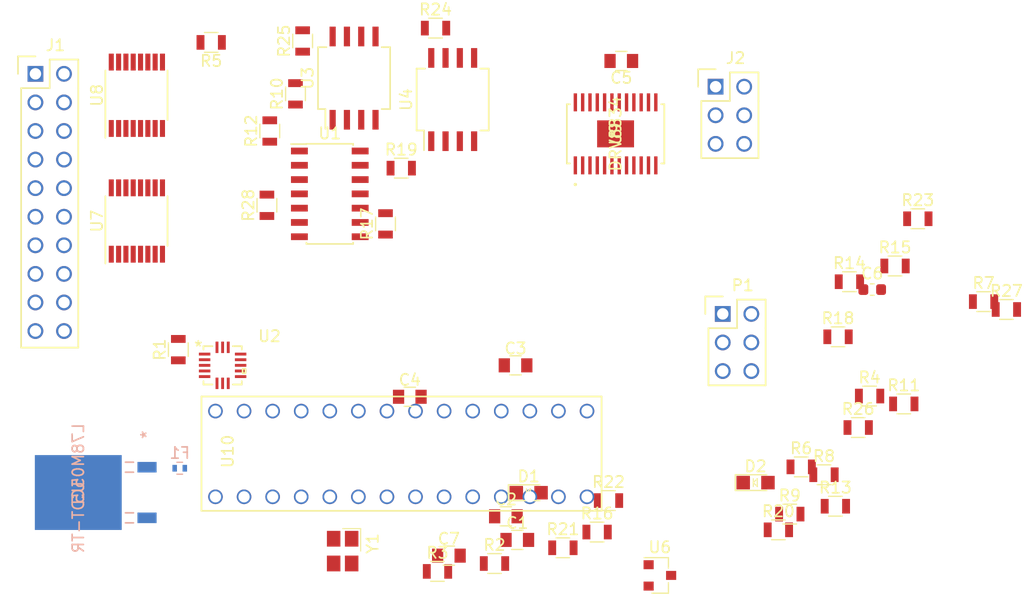
<source format=kicad_pcb>
(kicad_pcb (version 20171130) (host pcbnew 5.0.0-fee4fd1~66~ubuntu16.04.1)

  (general
    (thickness 1.6)
    (drawings 2)
    (tracks 0)
    (zones 0)
    (modules 52)
    (nets 85)
  )

  (page A4)
  (layers
    (0 F.Cu signal)
    (31 B.Cu signal)
    (32 B.Adhes user)
    (33 F.Adhes user)
    (34 B.Paste user)
    (35 F.Paste user)
    (36 B.SilkS user)
    (37 F.SilkS user)
    (38 B.Mask user)
    (39 F.Mask user)
    (40 Dwgs.User user)
    (41 Cmts.User user)
    (42 Eco1.User user)
    (43 Eco2.User user)
    (44 Edge.Cuts user)
    (45 Margin user)
    (46 B.CrtYd user)
    (47 F.CrtYd user)
    (48 B.Fab user)
    (49 F.Fab user)
  )

  (setup
    (last_trace_width 0.25)
    (trace_clearance 0.2)
    (zone_clearance 0.508)
    (zone_45_only no)
    (trace_min 0.2)
    (segment_width 0.2)
    (edge_width 0.15)
    (via_size 0.8)
    (via_drill 0.4)
    (via_min_size 0.4)
    (via_min_drill 0.3)
    (uvia_size 0.3)
    (uvia_drill 0.1)
    (uvias_allowed no)
    (uvia_min_size 0.2)
    (uvia_min_drill 0.1)
    (pcb_text_width 0.3)
    (pcb_text_size 1.5 1.5)
    (mod_edge_width 0.15)
    (mod_text_size 1 1)
    (mod_text_width 0.15)
    (pad_size 6.6548 7.7216)
    (pad_drill 0)
    (pad_to_mask_clearance 0.2)
    (aux_axis_origin 0 0)
    (visible_elements FFFFFF7F)
    (pcbplotparams
      (layerselection 0x010fc_ffffffff)
      (usegerberextensions false)
      (usegerberattributes false)
      (usegerberadvancedattributes false)
      (creategerberjobfile false)
      (excludeedgelayer true)
      (linewidth 0.100000)
      (plotframeref false)
      (viasonmask false)
      (mode 1)
      (useauxorigin false)
      (hpglpennumber 1)
      (hpglpenspeed 20)
      (hpglpendiameter 15.000000)
      (psnegative false)
      (psa4output false)
      (plotreference true)
      (plotvalue true)
      (plotinvisibletext false)
      (padsonsilk false)
      (subtractmaskfromsilk false)
      (outputformat 1)
      (mirror false)
      (drillshape 1)
      (scaleselection 1)
      (outputdirectory ""))
  )

  (net 0 "")
  (net 1 GND)
  (net 2 VCC)
  (net 3 "Net-(C2-Pad1)")
  (net 4 "Net-(C3-Pad1)")
  (net 5 "Net-(C4-Pad2)")
  (net 6 "Net-(C5-Pad1)")
  (net 7 /battery+)
  (net 8 "Net-(D1-Pad1)")
  (net 9 "Net-(D2-Pad1)")
  (net 10 /p_led)
  (net 11 "Net-(F1-Pad1)")
  (net 12 /red_8)
  (net 13 /red_7)
  (net 14 /red_6)
  (net 15 /red_5)
  (net 16 /red_4)
  (net 17 /red_3)
  (net 18 /blue_8)
  (net 19 /red_2)
  (net 20 /blue_4)
  (net 21 /blue_6)
  (net 22 /blue_2)
  (net 23 "Net-(J1-Pad19)")
  (net 24 /blue_3)
  (net 25 /blue_5)
  (net 26 /red_1)
  (net 27 /blue_7)
  (net 28 /blue_1)
  (net 29 /motorA+)
  (net 30 /motorA-)
  (net 31 /motorB+)
  (net 32 /motorB-)
  (net 33 /RESET)
  (net 34 /MOSI)
  (net 35 /SCK)
  (net 36 /MISO)
  (net 37 /SDA)
  (net 38 /3.3V)
  (net 39 /SCL)
  (net 40 /led_D1)
  (net 41 /red_inA)
  (net 42 "Net-(R4-Pad1)")
  (net 43 "Net-(R5-Pad1)")
  (net 44 /red_inB)
  (net 45 "Net-(R10-Pad2)")
  (net 46 "Net-(R7-Pad1)")
  (net 47 "Net-(R11-Pad2)")
  (net 48 "Net-(R9-Pad1)")
  (net 49 "Net-(R10-Pad1)")
  (net 50 "Net-(R11-Pad1)")
  (net 51 /red_outA)
  (net 52 /red_outB)
  (net 53 /blue_inB)
  (net 54 "Net-(R16-Pad1)")
  (net 55 "Net-(R17-Pad1)")
  (net 56 /blue_inA)
  (net 57 "Net-(R18-Pad2)")
  (net 58 "Net-(R19-Pad1)")
  (net 59 "Net-(R20-Pad2)")
  (net 60 "Net-(R21-Pad1)")
  (net 61 "Net-(R22-Pad1)")
  (net 62 "Net-(R23-Pad1)")
  (net 63 /blue_outB)
  (net 64 /blue_outA)
  (net 65 "Net-(R26-Pad2)")
  (net 66 "Net-(U2-Pad2)")
  (net 67 "Net-(U2-Pad3)")
  (net 68 "Net-(U2-Pad7)")
  (net 69 "Net-(U2-Pad9)")
  (net 70 "Net-(U2-Pad11)")
  (net 71 "Net-(U2-Pad13)")
  (net 72 "Net-(U2-Pad15)")
  (net 73 "Net-(U2-Pad16)")
  (net 74 /select_0A)
  (net 75 /select_1A)
  (net 76 /select_1B)
  (net 77 /select_0B)
  (net 78 /motorA_PWM)
  (net 79 /motorB_PWM)
  (net 80 /motorB_DIR)
  (net 81 /motorA_DIR)
  (net 82 "Net-(U9-Pad14)")
  (net 83 /issues)
  (net 84 "Net-(U10-Pad21)")

  (net_class Default "This is the default net class."
    (clearance 0.2)
    (trace_width 0.25)
    (via_dia 0.8)
    (via_drill 0.4)
    (uvia_dia 0.3)
    (uvia_drill 0.1)
    (add_net /3.3V)
    (add_net /MISO)
    (add_net /MOSI)
    (add_net /RESET)
    (add_net /SCK)
    (add_net /SCL)
    (add_net /SDA)
    (add_net /battery+)
    (add_net /blue_1)
    (add_net /blue_2)
    (add_net /blue_3)
    (add_net /blue_4)
    (add_net /blue_5)
    (add_net /blue_6)
    (add_net /blue_7)
    (add_net /blue_8)
    (add_net /blue_inA)
    (add_net /blue_inB)
    (add_net /blue_outA)
    (add_net /blue_outB)
    (add_net /issues)
    (add_net /led_D1)
    (add_net /motorA+)
    (add_net /motorA-)
    (add_net /motorA_DIR)
    (add_net /motorA_PWM)
    (add_net /motorB+)
    (add_net /motorB-)
    (add_net /motorB_DIR)
    (add_net /motorB_PWM)
    (add_net /p_led)
    (add_net /red_1)
    (add_net /red_2)
    (add_net /red_3)
    (add_net /red_4)
    (add_net /red_5)
    (add_net /red_6)
    (add_net /red_7)
    (add_net /red_8)
    (add_net /red_inA)
    (add_net /red_inB)
    (add_net /red_outA)
    (add_net /red_outB)
    (add_net /select_0A)
    (add_net /select_0B)
    (add_net /select_1A)
    (add_net /select_1B)
    (add_net GND)
    (add_net "Net-(C2-Pad1)")
    (add_net "Net-(C3-Pad1)")
    (add_net "Net-(C4-Pad2)")
    (add_net "Net-(C5-Pad1)")
    (add_net "Net-(D1-Pad1)")
    (add_net "Net-(D2-Pad1)")
    (add_net "Net-(F1-Pad1)")
    (add_net "Net-(J1-Pad19)")
    (add_net "Net-(R10-Pad1)")
    (add_net "Net-(R10-Pad2)")
    (add_net "Net-(R11-Pad1)")
    (add_net "Net-(R11-Pad2)")
    (add_net "Net-(R16-Pad1)")
    (add_net "Net-(R17-Pad1)")
    (add_net "Net-(R18-Pad2)")
    (add_net "Net-(R19-Pad1)")
    (add_net "Net-(R20-Pad2)")
    (add_net "Net-(R21-Pad1)")
    (add_net "Net-(R22-Pad1)")
    (add_net "Net-(R23-Pad1)")
    (add_net "Net-(R26-Pad2)")
    (add_net "Net-(R4-Pad1)")
    (add_net "Net-(R5-Pad1)")
    (add_net "Net-(R7-Pad1)")
    (add_net "Net-(R9-Pad1)")
    (add_net "Net-(U10-Pad21)")
    (add_net "Net-(U2-Pad11)")
    (add_net "Net-(U2-Pad13)")
    (add_net "Net-(U2-Pad15)")
    (add_net "Net-(U2-Pad16)")
    (add_net "Net-(U2-Pad2)")
    (add_net "Net-(U2-Pad3)")
    (add_net "Net-(U2-Pad7)")
    (add_net "Net-(U2-Pad9)")
    (add_net "Net-(U9-Pad14)")
    (add_net VCC)
  )

  (module footprints:C_0805_OEM (layer F.Cu) (tedit 59F250E7) (tstamp 5BDFBE2F)
    (at 177.065401 105.938801)
    (descr "Capacitor SMD 0805, reflow soldering, AVX (see smccp.pdf)")
    (tags "capacitor 0805")
    (path /5BFC489B)
    (attr smd)
    (fp_text reference C1 (at 0 -1.5) (layer F.SilkS)
      (effects (font (size 1 1) (thickness 0.15)))
    )
    (fp_text value C_0.1uF (at 0 1.75) (layer F.Fab) hide
      (effects (font (size 1 1) (thickness 0.15)))
    )
    (fp_line (start -1 0.62) (end -1 -0.62) (layer F.Fab) (width 0.1))
    (fp_line (start 1 0.62) (end -1 0.62) (layer F.Fab) (width 0.1))
    (fp_line (start 1 -0.62) (end 1 0.62) (layer F.Fab) (width 0.1))
    (fp_line (start -1 -0.62) (end 1 -0.62) (layer F.Fab) (width 0.1))
    (fp_line (start 0.5 -0.85) (end -0.5 -0.85) (layer F.SilkS) (width 0.12))
    (fp_line (start -0.5 0.85) (end 0.5 0.85) (layer F.SilkS) (width 0.12))
    (fp_line (start -1.75 -0.88) (end 1.75 -0.88) (layer F.CrtYd) (width 0.05))
    (fp_line (start -1.75 -0.88) (end -1.75 0.87) (layer F.CrtYd) (width 0.05))
    (fp_line (start 1.75 0.87) (end 1.75 -0.88) (layer F.CrtYd) (width 0.05))
    (fp_line (start 1.75 0.87) (end -1.75 0.87) (layer F.CrtYd) (width 0.05))
    (pad 1 smd rect (at -1 0) (size 1 1.25) (layers F.Cu F.Paste F.Mask)
      (net 1 GND))
    (pad 2 smd rect (at 1 0) (size 1 1.25) (layers F.Cu F.Paste F.Mask)
      (net 2 VCC))
    (model /home/josh/Formula/OEM_Preferred_Parts/3DModels/C_0805_OEM/C_0805.wrl
      (at (xyz 0 0 0))
      (scale (xyz 1 1 1))
      (rotate (xyz 0 0 0))
    )
  )

  (module footprints:C_0805_OEM (layer F.Cu) (tedit 59F250E7) (tstamp 5BDFBE3F)
    (at 176.052201 103.840601)
    (descr "Capacitor SMD 0805, reflow soldering, AVX (see smccp.pdf)")
    (tags "capacitor 0805")
    (path /5BD8795C)
    (attr smd)
    (fp_text reference C2 (at 0 -1.5) (layer F.SilkS)
      (effects (font (size 1 1) (thickness 0.15)))
    )
    (fp_text value C_30pF (at 0 1.75) (layer F.Fab) hide
      (effects (font (size 1 1) (thickness 0.15)))
    )
    (fp_line (start 1.75 0.87) (end -1.75 0.87) (layer F.CrtYd) (width 0.05))
    (fp_line (start 1.75 0.87) (end 1.75 -0.88) (layer F.CrtYd) (width 0.05))
    (fp_line (start -1.75 -0.88) (end -1.75 0.87) (layer F.CrtYd) (width 0.05))
    (fp_line (start -1.75 -0.88) (end 1.75 -0.88) (layer F.CrtYd) (width 0.05))
    (fp_line (start -0.5 0.85) (end 0.5 0.85) (layer F.SilkS) (width 0.12))
    (fp_line (start 0.5 -0.85) (end -0.5 -0.85) (layer F.SilkS) (width 0.12))
    (fp_line (start -1 -0.62) (end 1 -0.62) (layer F.Fab) (width 0.1))
    (fp_line (start 1 -0.62) (end 1 0.62) (layer F.Fab) (width 0.1))
    (fp_line (start 1 0.62) (end -1 0.62) (layer F.Fab) (width 0.1))
    (fp_line (start -1 0.62) (end -1 -0.62) (layer F.Fab) (width 0.1))
    (pad 2 smd rect (at 1 0) (size 1 1.25) (layers F.Cu F.Paste F.Mask)
      (net 1 GND))
    (pad 1 smd rect (at -1 0) (size 1 1.25) (layers F.Cu F.Paste F.Mask)
      (net 3 "Net-(C2-Pad1)"))
    (model /home/josh/Formula/OEM_Preferred_Parts/3DModels/C_0805_OEM/C_0805.wrl
      (at (xyz 0 0 0))
      (scale (xyz 1 1 1))
      (rotate (xyz 0 0 0))
    )
  )

  (module footprints:C_0805_OEM (layer F.Cu) (tedit 59F250E7) (tstamp 5BDFBE4F)
    (at 176.911 90.424)
    (descr "Capacitor SMD 0805, reflow soldering, AVX (see smccp.pdf)")
    (tags "capacitor 0805")
    (path /5BD876EC)
    (attr smd)
    (fp_text reference C3 (at 0 -1.5) (layer F.SilkS)
      (effects (font (size 1 1) (thickness 0.15)))
    )
    (fp_text value C_30pF (at 0 1.75) (layer F.Fab) hide
      (effects (font (size 1 1) (thickness 0.15)))
    )
    (fp_line (start -1 0.62) (end -1 -0.62) (layer F.Fab) (width 0.1))
    (fp_line (start 1 0.62) (end -1 0.62) (layer F.Fab) (width 0.1))
    (fp_line (start 1 -0.62) (end 1 0.62) (layer F.Fab) (width 0.1))
    (fp_line (start -1 -0.62) (end 1 -0.62) (layer F.Fab) (width 0.1))
    (fp_line (start 0.5 -0.85) (end -0.5 -0.85) (layer F.SilkS) (width 0.12))
    (fp_line (start -0.5 0.85) (end 0.5 0.85) (layer F.SilkS) (width 0.12))
    (fp_line (start -1.75 -0.88) (end 1.75 -0.88) (layer F.CrtYd) (width 0.05))
    (fp_line (start -1.75 -0.88) (end -1.75 0.87) (layer F.CrtYd) (width 0.05))
    (fp_line (start 1.75 0.87) (end 1.75 -0.88) (layer F.CrtYd) (width 0.05))
    (fp_line (start 1.75 0.87) (end -1.75 0.87) (layer F.CrtYd) (width 0.05))
    (pad 1 smd rect (at -1 0) (size 1 1.25) (layers F.Cu F.Paste F.Mask)
      (net 4 "Net-(C3-Pad1)"))
    (pad 2 smd rect (at 1 0) (size 1 1.25) (layers F.Cu F.Paste F.Mask)
      (net 1 GND))
    (model /home/josh/Formula/OEM_Preferred_Parts/3DModels/C_0805_OEM/C_0805.wrl
      (at (xyz 0 0 0))
      (scale (xyz 1 1 1))
      (rotate (xyz 0 0 0))
    )
  )

  (module footprints:C_0805_OEM (layer F.Cu) (tedit 59F250E7) (tstamp 5BDFFB68)
    (at 167.513 93.218)
    (descr "Capacitor SMD 0805, reflow soldering, AVX (see smccp.pdf)")
    (tags "capacitor 0805")
    (path /5BCC9278)
    (attr smd)
    (fp_text reference C4 (at 0 -1.5) (layer F.SilkS)
      (effects (font (size 1 1) (thickness 0.15)))
    )
    (fp_text value C_100pF (at 0 1.75) (layer F.Fab) hide
      (effects (font (size 1 1) (thickness 0.15)))
    )
    (fp_line (start 1.75 0.87) (end -1.75 0.87) (layer F.CrtYd) (width 0.05))
    (fp_line (start 1.75 0.87) (end 1.75 -0.88) (layer F.CrtYd) (width 0.05))
    (fp_line (start -1.75 -0.88) (end -1.75 0.87) (layer F.CrtYd) (width 0.05))
    (fp_line (start -1.75 -0.88) (end 1.75 -0.88) (layer F.CrtYd) (width 0.05))
    (fp_line (start -0.5 0.85) (end 0.5 0.85) (layer F.SilkS) (width 0.12))
    (fp_line (start 0.5 -0.85) (end -0.5 -0.85) (layer F.SilkS) (width 0.12))
    (fp_line (start -1 -0.62) (end 1 -0.62) (layer F.Fab) (width 0.1))
    (fp_line (start 1 -0.62) (end 1 0.62) (layer F.Fab) (width 0.1))
    (fp_line (start 1 0.62) (end -1 0.62) (layer F.Fab) (width 0.1))
    (fp_line (start -1 0.62) (end -1 -0.62) (layer F.Fab) (width 0.1))
    (pad 2 smd rect (at 1 0) (size 1 1.25) (layers F.Cu F.Paste F.Mask)
      (net 5 "Net-(C4-Pad2)"))
    (pad 1 smd rect (at -1 0) (size 1 1.25) (layers F.Cu F.Paste F.Mask)
      (net 1 GND))
    (model /home/josh/Formula/OEM_Preferred_Parts/3DModels/C_0805_OEM/C_0805.wrl
      (at (xyz 0 0 0))
      (scale (xyz 1 1 1))
      (rotate (xyz 0 0 0))
    )
  )

  (module footprints:C_0805_OEM (layer F.Cu) (tedit 59F250E7) (tstamp 5BDFBE6F)
    (at 186.309 63.373 180)
    (descr "Capacitor SMD 0805, reflow soldering, AVX (see smccp.pdf)")
    (tags "capacitor 0805")
    (path /5BEFDB36)
    (attr smd)
    (fp_text reference C5 (at 0 -1.5 180) (layer F.SilkS)
      (effects (font (size 1 1) (thickness 0.15)))
    )
    (fp_text value C_0.01uF (at 0 1.75 180) (layer F.Fab) hide
      (effects (font (size 1 1) (thickness 0.15)))
    )
    (fp_line (start -1 0.62) (end -1 -0.62) (layer F.Fab) (width 0.1))
    (fp_line (start 1 0.62) (end -1 0.62) (layer F.Fab) (width 0.1))
    (fp_line (start 1 -0.62) (end 1 0.62) (layer F.Fab) (width 0.1))
    (fp_line (start -1 -0.62) (end 1 -0.62) (layer F.Fab) (width 0.1))
    (fp_line (start 0.5 -0.85) (end -0.5 -0.85) (layer F.SilkS) (width 0.12))
    (fp_line (start -0.5 0.85) (end 0.5 0.85) (layer F.SilkS) (width 0.12))
    (fp_line (start -1.75 -0.88) (end 1.75 -0.88) (layer F.CrtYd) (width 0.05))
    (fp_line (start -1.75 -0.88) (end -1.75 0.87) (layer F.CrtYd) (width 0.05))
    (fp_line (start 1.75 0.87) (end 1.75 -0.88) (layer F.CrtYd) (width 0.05))
    (fp_line (start 1.75 0.87) (end -1.75 0.87) (layer F.CrtYd) (width 0.05))
    (pad 1 smd rect (at -1 0 180) (size 1 1.25) (layers F.Cu F.Paste F.Mask)
      (net 6 "Net-(C5-Pad1)"))
    (pad 2 smd rect (at 1 0 180) (size 1 1.25) (layers F.Cu F.Paste F.Mask)
      (net 7 /battery+))
    (model /home/josh/Formula/OEM_Preferred_Parts/3DModels/C_0805_OEM/C_0805.wrl
      (at (xyz 0 0 0))
      (scale (xyz 1 1 1))
      (rotate (xyz 0 0 0))
    )
  )

  (module footprints:C_0603_1608Metric (layer F.Cu) (tedit 5B301BBE) (tstamp 5BDFFB96)
    (at 208.610001 83.690401)
    (descr "Capacitor SMD 0603 (1608 Metric), square (rectangular) end terminal, IPC_7351 nominal, (Body size source: http://www.tortai-tech.com/upload/download/2011102023233369053.pdf), generated with kicad-footprint-generator")
    (tags capacitor)
    (path /5BE034E8)
    (attr smd)
    (fp_text reference C6 (at 0 -1.43) (layer F.SilkS)
      (effects (font (size 1 1) (thickness 0.15)))
    )
    (fp_text value C_2.2uF (at 0 1.43) (layer F.Fab)
      (effects (font (size 1 1) (thickness 0.15)))
    )
    (fp_line (start -0.8 0.4) (end -0.8 -0.4) (layer F.Fab) (width 0.1))
    (fp_line (start -0.8 -0.4) (end 0.8 -0.4) (layer F.Fab) (width 0.1))
    (fp_line (start 0.8 -0.4) (end 0.8 0.4) (layer F.Fab) (width 0.1))
    (fp_line (start 0.8 0.4) (end -0.8 0.4) (layer F.Fab) (width 0.1))
    (fp_line (start -0.162779 -0.51) (end 0.162779 -0.51) (layer F.SilkS) (width 0.12))
    (fp_line (start -0.162779 0.51) (end 0.162779 0.51) (layer F.SilkS) (width 0.12))
    (fp_line (start -1.48 0.73) (end -1.48 -0.73) (layer F.CrtYd) (width 0.05))
    (fp_line (start -1.48 -0.73) (end 1.48 -0.73) (layer F.CrtYd) (width 0.05))
    (fp_line (start 1.48 -0.73) (end 1.48 0.73) (layer F.CrtYd) (width 0.05))
    (fp_line (start 1.48 0.73) (end -1.48 0.73) (layer F.CrtYd) (width 0.05))
    (fp_text user %R (at 0 0) (layer F.Fab)
      (effects (font (size 0.4 0.4) (thickness 0.06)))
    )
    (pad 1 smd roundrect (at -0.7875 0) (size 0.875 0.95) (layers F.Cu F.Paste F.Mask) (roundrect_rratio 0.25)
      (net 2 VCC))
    (pad 2 smd roundrect (at 0.7875 0) (size 0.875 0.95) (layers F.Cu F.Paste F.Mask) (roundrect_rratio 0.25)
      (net 1 GND))
    (model ${KISYS3DMOD}/Capacitor_SMD.3dshapes/C_0603_1608Metric.wrl
      (at (xyz 0 0 0))
      (scale (xyz 1 1 1))
      (rotate (xyz 0 0 0))
    )
  )

  (module footprints:C_0805_OEM (layer F.Cu) (tedit 59F250E7) (tstamp 5BDFBE90)
    (at 170.986201 107.337601)
    (descr "Capacitor SMD 0805, reflow soldering, AVX (see smccp.pdf)")
    (tags "capacitor 0805")
    (path /5BCC8D73)
    (attr smd)
    (fp_text reference C7 (at 0 -1.5) (layer F.SilkS)
      (effects (font (size 1 1) (thickness 0.15)))
    )
    (fp_text value C_0.1uF (at 0 1.75) (layer F.Fab) hide
      (effects (font (size 1 1) (thickness 0.15)))
    )
    (fp_line (start 1.75 0.87) (end -1.75 0.87) (layer F.CrtYd) (width 0.05))
    (fp_line (start 1.75 0.87) (end 1.75 -0.88) (layer F.CrtYd) (width 0.05))
    (fp_line (start -1.75 -0.88) (end -1.75 0.87) (layer F.CrtYd) (width 0.05))
    (fp_line (start -1.75 -0.88) (end 1.75 -0.88) (layer F.CrtYd) (width 0.05))
    (fp_line (start -0.5 0.85) (end 0.5 0.85) (layer F.SilkS) (width 0.12))
    (fp_line (start 0.5 -0.85) (end -0.5 -0.85) (layer F.SilkS) (width 0.12))
    (fp_line (start -1 -0.62) (end 1 -0.62) (layer F.Fab) (width 0.1))
    (fp_line (start 1 -0.62) (end 1 0.62) (layer F.Fab) (width 0.1))
    (fp_line (start 1 0.62) (end -1 0.62) (layer F.Fab) (width 0.1))
    (fp_line (start -1 0.62) (end -1 -0.62) (layer F.Fab) (width 0.1))
    (pad 2 smd rect (at 1 0) (size 1 1.25) (layers F.Cu F.Paste F.Mask)
      (net 1 GND))
    (pad 1 smd rect (at -1 0) (size 1 1.25) (layers F.Cu F.Paste F.Mask)
      (net 2 VCC))
    (model /home/josh/Formula/OEM_Preferred_Parts/3DModels/C_0805_OEM/C_0805.wrl
      (at (xyz 0 0 0))
      (scale (xyz 1 1 1))
      (rotate (xyz 0 0 0))
    )
  )

  (module footprints:LED_0805_OEM (layer F.Cu) (tedit 5A5B129D) (tstamp 5BDFBEA9)
    (at 178.078601 101.742401)
    (descr "LED 0805 smd package")
    (tags "LED led 0805 SMD smd SMT smt smdled SMDLED smtled SMTLED")
    (path /5C5CAEDF)
    (attr smd)
    (fp_text reference D1 (at 0 -1.45) (layer F.SilkS)
      (effects (font (size 1 1) (thickness 0.15)))
    )
    (fp_text value LED_0805 (at 0.508 2.032) (layer F.Fab) hide
      (effects (font (size 1 1) (thickness 0.15)))
    )
    (fp_line (start -0.2 0.35) (end -0.2 0) (layer F.SilkS) (width 0.1))
    (fp_line (start -0.2 0) (end -0.2 -0.35) (layer F.SilkS) (width 0.1))
    (fp_line (start 0.15 0.35) (end -0.2 0) (layer F.SilkS) (width 0.1))
    (fp_line (start 0.15 0.3) (end 0.15 0.35) (layer F.SilkS) (width 0.1))
    (fp_line (start 0.15 0.35) (end 0.15 0.3) (layer F.SilkS) (width 0.1))
    (fp_line (start 0.15 -0.35) (end 0.15 0.3) (layer F.SilkS) (width 0.1))
    (fp_line (start 0.1 -0.3) (end 0.15 -0.35) (layer F.SilkS) (width 0.1))
    (fp_line (start -0.2 0) (end 0.1 -0.3) (layer F.SilkS) (width 0.1))
    (fp_line (start -1.8 -0.7) (end -1.8 0.7) (layer F.SilkS) (width 0.12))
    (fp_line (start 1 0.6) (end -1 0.6) (layer F.Fab) (width 0.1))
    (fp_line (start 1 -0.6) (end 1 0.6) (layer F.Fab) (width 0.1))
    (fp_line (start -1 -0.6) (end 1 -0.6) (layer F.Fab) (width 0.1))
    (fp_line (start -1 0.6) (end -1 -0.6) (layer F.Fab) (width 0.1))
    (fp_line (start -1.8 0.7) (end 1 0.7) (layer F.SilkS) (width 0.12))
    (fp_line (start -1.8 -0.7) (end 1 -0.7) (layer F.SilkS) (width 0.12))
    (fp_line (start 1.95 -0.85) (end 1.95 0.85) (layer F.CrtYd) (width 0.05))
    (fp_line (start 1.95 0.85) (end -1.95 0.85) (layer F.CrtYd) (width 0.05))
    (fp_line (start -1.95 0.85) (end -1.95 -0.85) (layer F.CrtYd) (width 0.05))
    (fp_line (start -1.95 -0.85) (end 1.95 -0.85) (layer F.CrtYd) (width 0.05))
    (pad 2 smd rect (at 1.1 0 180) (size 1.2 1.2) (layers F.Cu F.Paste F.Mask)
      (net 7 /battery+))
    (pad 1 smd rect (at -1.1 0 180) (size 1.2 1.2) (layers F.Cu F.Paste F.Mask)
      (net 8 "Net-(D1-Pad1)"))
    (model "/home/josh/Formula/OEM_Preferred_Parts/3DModels/LED_0805/LED 0805 Base GREEN001_sp.wrl"
      (at (xyz 0 0 0))
      (scale (xyz 1 1 1))
      (rotate (xyz 0 0 180))
    )
  )

  (module footprints:LED_0805_OEM (layer F.Cu) (tedit 5A5B129D) (tstamp 5BDFBEC2)
    (at 198.243601 100.846201)
    (descr "LED 0805 smd package")
    (tags "LED led 0805 SMD smd SMT smt smdled SMDLED smtled SMTLED")
    (path /5C712AE7)
    (attr smd)
    (fp_text reference D2 (at 0 -1.45) (layer F.SilkS)
      (effects (font (size 1 1) (thickness 0.15)))
    )
    (fp_text value LED_0805 (at 0.508 2.032) (layer F.Fab) hide
      (effects (font (size 1 1) (thickness 0.15)))
    )
    (fp_line (start -1.95 -0.85) (end 1.95 -0.85) (layer F.CrtYd) (width 0.05))
    (fp_line (start -1.95 0.85) (end -1.95 -0.85) (layer F.CrtYd) (width 0.05))
    (fp_line (start 1.95 0.85) (end -1.95 0.85) (layer F.CrtYd) (width 0.05))
    (fp_line (start 1.95 -0.85) (end 1.95 0.85) (layer F.CrtYd) (width 0.05))
    (fp_line (start -1.8 -0.7) (end 1 -0.7) (layer F.SilkS) (width 0.12))
    (fp_line (start -1.8 0.7) (end 1 0.7) (layer F.SilkS) (width 0.12))
    (fp_line (start -1 0.6) (end -1 -0.6) (layer F.Fab) (width 0.1))
    (fp_line (start -1 -0.6) (end 1 -0.6) (layer F.Fab) (width 0.1))
    (fp_line (start 1 -0.6) (end 1 0.6) (layer F.Fab) (width 0.1))
    (fp_line (start 1 0.6) (end -1 0.6) (layer F.Fab) (width 0.1))
    (fp_line (start -1.8 -0.7) (end -1.8 0.7) (layer F.SilkS) (width 0.12))
    (fp_line (start -0.2 0) (end 0.1 -0.3) (layer F.SilkS) (width 0.1))
    (fp_line (start 0.1 -0.3) (end 0.15 -0.35) (layer F.SilkS) (width 0.1))
    (fp_line (start 0.15 -0.35) (end 0.15 0.3) (layer F.SilkS) (width 0.1))
    (fp_line (start 0.15 0.35) (end 0.15 0.3) (layer F.SilkS) (width 0.1))
    (fp_line (start 0.15 0.3) (end 0.15 0.35) (layer F.SilkS) (width 0.1))
    (fp_line (start 0.15 0.35) (end -0.2 0) (layer F.SilkS) (width 0.1))
    (fp_line (start -0.2 0) (end -0.2 -0.35) (layer F.SilkS) (width 0.1))
    (fp_line (start -0.2 0.35) (end -0.2 0) (layer F.SilkS) (width 0.1))
    (pad 1 smd rect (at -1.1 0 180) (size 1.2 1.2) (layers F.Cu F.Paste F.Mask)
      (net 9 "Net-(D2-Pad1)"))
    (pad 2 smd rect (at 1.1 0 180) (size 1.2 1.2) (layers F.Cu F.Paste F.Mask)
      (net 10 /p_led))
    (model "/home/josh/Formula/OEM_Preferred_Parts/3DModels/LED_0805/LED 0805 Base GREEN001_sp.wrl"
      (at (xyz 0 0 0))
      (scale (xyz 1 1 1))
      (rotate (xyz 0 0 180))
    )
  )

  (module Resistors_SMD:R_0402 (layer B.Cu) (tedit 58E0A804) (tstamp 5BDFBED3)
    (at 147.066 99.568 180)
    (descr "Resistor SMD 0402, reflow soldering, Vishay (see dcrcw.pdf)")
    (tags "resistor 0402")
    (path /5BFED31D)
    (attr smd)
    (fp_text reference F1 (at 0 1.35 180) (layer B.SilkS)
      (effects (font (size 1 1) (thickness 0.15)) (justify mirror))
    )
    (fp_text value Fuse_2A (at 0 -1.45 180) (layer B.Fab)
      (effects (font (size 1 1) (thickness 0.15)) (justify mirror))
    )
    (fp_line (start 0.8 -0.45) (end -0.8 -0.45) (layer B.CrtYd) (width 0.05))
    (fp_line (start 0.8 -0.45) (end 0.8 0.45) (layer B.CrtYd) (width 0.05))
    (fp_line (start -0.8 0.45) (end -0.8 -0.45) (layer B.CrtYd) (width 0.05))
    (fp_line (start -0.8 0.45) (end 0.8 0.45) (layer B.CrtYd) (width 0.05))
    (fp_line (start -0.25 -0.53) (end 0.25 -0.53) (layer B.SilkS) (width 0.12))
    (fp_line (start 0.25 0.53) (end -0.25 0.53) (layer B.SilkS) (width 0.12))
    (fp_line (start -0.5 0.25) (end 0.5 0.25) (layer B.Fab) (width 0.1))
    (fp_line (start 0.5 0.25) (end 0.5 -0.25) (layer B.Fab) (width 0.1))
    (fp_line (start 0.5 -0.25) (end -0.5 -0.25) (layer B.Fab) (width 0.1))
    (fp_line (start -0.5 -0.25) (end -0.5 0.25) (layer B.Fab) (width 0.1))
    (fp_text user %R (at 0 1.35 180) (layer B.Fab)
      (effects (font (size 1 1) (thickness 0.15)) (justify mirror))
    )
    (pad 2 smd rect (at 0.45 0 180) (size 0.4 0.6) (layers B.Cu B.Paste B.Mask)
      (net 7 /battery+))
    (pad 1 smd rect (at -0.45 0 180) (size 0.4 0.6) (layers B.Cu B.Paste B.Mask)
      (net 11 "Net-(F1-Pad1)"))
    (model ${KISYS3DMOD}/Resistors_SMD.3dshapes/R_0402.wrl
      (at (xyz 0 0 0))
      (scale (xyz 1 1 1))
      (rotate (xyz 0 0 0))
    )
  )

  (module footprints:Pin_Header_Straight_2x10 (layer F.Cu) (tedit 5BDF67C4) (tstamp 5BE01C2F)
    (at 134.239 64.516)
    (descr "Through hole pin header")
    (tags "pin header")
    (path /5BEEF940)
    (fp_text reference J1 (at 1.778 -2.54) (layer F.SilkS)
      (effects (font (size 1 1) (thickness 0.15)))
    )
    (fp_text value Conn_01x20_Female (at -10.2362 -7.0358) (layer F.Fab) hide
      (effects (font (size 1 1) (thickness 0.15)))
    )
    (fp_line (start -1.27 1.27) (end -1.27 6.35) (layer F.SilkS) (width 0.15))
    (fp_line (start -1.55 -1.55) (end 0 -1.55) (layer F.SilkS) (width 0.15))
    (fp_line (start -1.75 -1.75) (end -1.75 24.638) (layer F.CrtYd) (width 0.05))
    (fp_line (start 4.3 -1.75) (end 4.3 24.638) (layer F.CrtYd) (width 0.05))
    (fp_line (start -1.75 -1.75) (end 4.3 -1.75) (layer F.CrtYd) (width 0.05))
    (fp_line (start -1.7574 24.7142) (end 4.2926 24.7142) (layer F.CrtYd) (width 0.05))
    (fp_line (start 1.27 -1.27) (end 1.27 1.27) (layer F.SilkS) (width 0.15))
    (fp_line (start 1.27 1.27) (end -1.27 1.27) (layer F.SilkS) (width 0.15))
    (fp_line (start -1.27 24.3332) (end 3.81 24.3332) (layer F.SilkS) (width 0.15))
    (fp_line (start 3.81 6.35) (end 3.81 1.27) (layer F.SilkS) (width 0.15))
    (fp_line (start -1.55 -1.55) (end -1.55 0) (layer F.SilkS) (width 0.15))
    (fp_line (start 3.81 -1.27) (end 1.27 -1.27) (layer F.SilkS) (width 0.15))
    (fp_line (start 3.81 1.27) (end 3.81 -1.27) (layer F.SilkS) (width 0.15))
    (fp_line (start -1.27 6.3246) (end -1.27 24.3332) (layer F.SilkS) (width 0.15))
    (fp_line (start 3.81 6.35) (end 3.81 24.3332) (layer F.SilkS) (width 0.15))
    (pad 1 thru_hole rect (at 0 0) (size 1.4 1.4) (drill 1.016) (layers *.Cu *.Mask)
      (net 12 /red_8))
    (pad 2 thru_hole circle (at 2.54 0) (size 1.4 1.4) (drill 1.016) (layers *.Cu *.Mask)
      (net 13 /red_7))
    (pad 3 thru_hole circle (at 0 2.54) (size 1.4 1.4) (drill 1.016) (layers *.Cu *.Mask)
      (net 14 /red_6))
    (pad 4 thru_hole circle (at 2.54 2.54) (size 1.4 1.4) (drill 1.016) (layers *.Cu *.Mask)
      (net 15 /red_5))
    (pad 5 thru_hole circle (at 0 5.08) (size 1.4 1.4) (drill 1.016) (layers *.Cu *.Mask)
      (net 18 /blue_8))
    (pad 6 thru_hole circle (at 2.54 5.08) (size 1.4 1.4) (drill 1.016) (layers *.Cu *.Mask)
      (net 27 /blue_7))
    (pad 9 thru_hole circle (at 0 10.16) (size 1.4 1.4) (drill 1.016) (layers *.Cu *.Mask)
      (net 16 /red_4))
    (pad 7 thru_hole circle (at 0 7.62) (size 1.4 1.4) (drill 1.016) (layers *.Cu *.Mask)
      (net 21 /blue_6))
    (pad 13 thru_hole circle (at 0 15.24) (size 1.4 1.4) (drill 1.016) (layers *.Cu *.Mask)
      (net 20 /blue_4))
    (pad 17 thru_hole circle (at 0 20.32) (size 1.4 1.4) (drill 1.016) (layers *.Cu *.Mask)
      (net 2 VCC))
    (pad 11 thru_hole circle (at 0 12.7) (size 1.4 1.4) (drill 1.016) (layers *.Cu *.Mask)
      (net 19 /red_2))
    (pad 15 thru_hole circle (at 0 17.78) (size 1.4 1.4) (drill 1.016) (layers *.Cu *.Mask)
      (net 22 /blue_2))
    (pad 19 thru_hole circle (at 0 22.86) (size 1.4 1.4) (drill 1.016) (layers *.Cu *.Mask)
      (net 23 "Net-(J1-Pad19)"))
    (pad 14 thru_hole circle (at 2.54 15.24) (size 1.4 1.4) (drill 1.016) (layers *.Cu *.Mask)
      (net 24 /blue_3))
    (pad 12 thru_hole circle (at 2.54 12.7) (size 1.4 1.4) (drill 1.016) (layers *.Cu *.Mask)
      (net 26 /red_1))
    (pad 8 thru_hole circle (at 2.54 7.62) (size 1.4 1.4) (drill 1.016) (layers *.Cu *.Mask)
      (net 25 /blue_5))
    (pad 18 thru_hole circle (at 2.54 20.32) (size 1.4 1.4) (drill 1.016) (layers *.Cu *.Mask)
      (net 2 VCC))
    (pad 10 thru_hole circle (at 2.54 10.16) (size 1.4 1.4) (drill 1.016) (layers *.Cu *.Mask)
      (net 17 /red_3))
    (pad 20 thru_hole circle (at 2.54 22.86) (size 1.4 1.4) (drill 1.016) (layers *.Cu *.Mask)
      (net 1 GND))
    (pad 16 thru_hole circle (at 2.54 17.78) (size 1.4 1.4) (drill 1.016) (layers *.Cu *.Mask)
      (net 28 /blue_1))
    (model Pin_Headers.3dshapes/Pin_Header_Straight_2x03.wrl
      (offset (xyz 1.269999980926514 -2.539999961853027 0))
      (scale (xyz 1 1 1))
      (rotate (xyz 0 0 90))
    )
  )

  (module footprints:Pin_Header_Straight_2x03 (layer F.Cu) (tedit 5BB5911C) (tstamp 5BDFBF11)
    (at 194.691 65.659)
    (descr "Through hole pin header")
    (tags "pin header")
    (path /5C37AD4A)
    (fp_text reference J2 (at 1.778 -2.54) (layer F.SilkS)
      (effects (font (size 1 1) (thickness 0.15)))
    )
    (fp_text value Conn_02x03_Odd_Even (at 1.27 7.874) (layer F.Fab) hide
      (effects (font (size 1 1) (thickness 0.15)))
    )
    (fp_line (start -1.27 1.27) (end -1.27 6.35) (layer F.SilkS) (width 0.15))
    (fp_line (start -1.55 -1.55) (end 0 -1.55) (layer F.SilkS) (width 0.15))
    (fp_line (start -1.75 -1.75) (end -1.75 6.85) (layer F.CrtYd) (width 0.05))
    (fp_line (start 4.3 -1.75) (end 4.3 6.85) (layer F.CrtYd) (width 0.05))
    (fp_line (start -1.75 -1.75) (end 4.3 -1.75) (layer F.CrtYd) (width 0.05))
    (fp_line (start -1.75 6.85) (end 4.3 6.85) (layer F.CrtYd) (width 0.05))
    (fp_line (start 1.27 -1.27) (end 1.27 1.27) (layer F.SilkS) (width 0.15))
    (fp_line (start 1.27 1.27) (end -1.27 1.27) (layer F.SilkS) (width 0.15))
    (fp_line (start -1.27 6.35) (end 3.81 6.35) (layer F.SilkS) (width 0.15))
    (fp_line (start 3.81 6.35) (end 3.81 1.27) (layer F.SilkS) (width 0.15))
    (fp_line (start -1.55 -1.55) (end -1.55 0) (layer F.SilkS) (width 0.15))
    (fp_line (start 3.81 -1.27) (end 1.27 -1.27) (layer F.SilkS) (width 0.15))
    (fp_line (start 3.81 1.27) (end 3.81 -1.27) (layer F.SilkS) (width 0.15))
    (pad 1 thru_hole rect (at 0 0) (size 1.4 1.4) (drill 1.016) (layers *.Cu *.Mask)
      (net 29 /motorA+))
    (pad 2 thru_hole circle (at 2.54 0) (size 1.4 1.4) (drill 1.016) (layers *.Cu *.Mask)
      (net 30 /motorA-))
    (pad 3 thru_hole circle (at 0 2.54) (size 1.4 1.4) (drill 1.016) (layers *.Cu *.Mask)
      (net 31 /motorB+))
    (pad 4 thru_hole circle (at 2.54 2.54) (size 1.4 1.4) (drill 1.016) (layers *.Cu *.Mask)
      (net 32 /motorB-))
    (pad 5 thru_hole circle (at 0 5.08) (size 1.4 1.4) (drill 1.016) (layers *.Cu *.Mask)
      (net 11 "Net-(F1-Pad1)"))
    (pad 6 thru_hole circle (at 2.54 5.08) (size 1.4 1.4) (drill 1.016) (layers *.Cu *.Mask)
      (net 1 GND))
    (model Pin_Headers.3dshapes/Pin_Header_Straight_2x03.wrl
      (offset (xyz 1.269999980926514 -2.539999961853027 0))
      (scale (xyz 1 1 1))
      (rotate (xyz 0 0 90))
    )
  )

  (module footprints:Pin_Header_Straight_2x03 (layer F.Cu) (tedit 5BB5911C) (tstamp 5BDFBF28)
    (at 195.326 85.852)
    (descr "Through hole pin header")
    (tags "pin header")
    (path /5BCC9EE8)
    (fp_text reference P1 (at 1.778 -2.54) (layer F.SilkS)
      (effects (font (size 1 1) (thickness 0.15)))
    )
    (fp_text value CONN_02X03 (at 1.27 7.874) (layer F.Fab) hide
      (effects (font (size 1 1) (thickness 0.15)))
    )
    (fp_line (start 3.81 1.27) (end 3.81 -1.27) (layer F.SilkS) (width 0.15))
    (fp_line (start 3.81 -1.27) (end 1.27 -1.27) (layer F.SilkS) (width 0.15))
    (fp_line (start -1.55 -1.55) (end -1.55 0) (layer F.SilkS) (width 0.15))
    (fp_line (start 3.81 6.35) (end 3.81 1.27) (layer F.SilkS) (width 0.15))
    (fp_line (start -1.27 6.35) (end 3.81 6.35) (layer F.SilkS) (width 0.15))
    (fp_line (start 1.27 1.27) (end -1.27 1.27) (layer F.SilkS) (width 0.15))
    (fp_line (start 1.27 -1.27) (end 1.27 1.27) (layer F.SilkS) (width 0.15))
    (fp_line (start -1.75 6.85) (end 4.3 6.85) (layer F.CrtYd) (width 0.05))
    (fp_line (start -1.75 -1.75) (end 4.3 -1.75) (layer F.CrtYd) (width 0.05))
    (fp_line (start 4.3 -1.75) (end 4.3 6.85) (layer F.CrtYd) (width 0.05))
    (fp_line (start -1.75 -1.75) (end -1.75 6.85) (layer F.CrtYd) (width 0.05))
    (fp_line (start -1.55 -1.55) (end 0 -1.55) (layer F.SilkS) (width 0.15))
    (fp_line (start -1.27 1.27) (end -1.27 6.35) (layer F.SilkS) (width 0.15))
    (pad 6 thru_hole circle (at 2.54 5.08) (size 1.4 1.4) (drill 1.016) (layers *.Cu *.Mask)
      (net 1 GND))
    (pad 5 thru_hole circle (at 0 5.08) (size 1.4 1.4) (drill 1.016) (layers *.Cu *.Mask)
      (net 33 /RESET))
    (pad 4 thru_hole circle (at 2.54 2.54) (size 1.4 1.4) (drill 1.016) (layers *.Cu *.Mask)
      (net 34 /MOSI))
    (pad 3 thru_hole circle (at 0 2.54) (size 1.4 1.4) (drill 1.016) (layers *.Cu *.Mask)
      (net 35 /SCK))
    (pad 2 thru_hole circle (at 2.54 0) (size 1.4 1.4) (drill 1.016) (layers *.Cu *.Mask)
      (net 2 VCC))
    (pad 1 thru_hole rect (at 0 0) (size 1.4 1.4) (drill 1.016) (layers *.Cu *.Mask)
      (net 36 /MISO))
    (model Pin_Headers.3dshapes/Pin_Header_Straight_2x03.wrl
      (offset (xyz 1.269999980926514 -2.539999961853027 0))
      (scale (xyz 1 1 1))
      (rotate (xyz 0 0 90))
    )
  )

  (module footprints:R_0805_OEM (layer F.Cu) (tedit 59F25131) (tstamp 5BDFBF38)
    (at 146.939 89.027 90)
    (descr "Resistor SMD 0805, reflow soldering, Vishay (see dcrcw.pdf)")
    (tags "resistor 0805")
    (path /5BEBA18D)
    (attr smd)
    (fp_text reference R1 (at 0 -1.65 90) (layer F.SilkS)
      (effects (font (size 1 1) (thickness 0.15)))
    )
    (fp_text value R_10K (at 0 1.75 90) (layer F.Fab) hide
      (effects (font (size 1 1) (thickness 0.15)))
    )
    (fp_line (start -1 0.62) (end -1 -0.62) (layer F.Fab) (width 0.1))
    (fp_line (start 1 0.62) (end -1 0.62) (layer F.Fab) (width 0.1))
    (fp_line (start 1 -0.62) (end 1 0.62) (layer F.Fab) (width 0.1))
    (fp_line (start -1 -0.62) (end 1 -0.62) (layer F.Fab) (width 0.1))
    (fp_line (start 0.6 0.88) (end -0.6 0.88) (layer F.SilkS) (width 0.12))
    (fp_line (start -0.6 -0.88) (end 0.6 -0.88) (layer F.SilkS) (width 0.12))
    (fp_line (start -1.55 -0.9) (end 1.55 -0.9) (layer F.CrtYd) (width 0.05))
    (fp_line (start -1.55 -0.9) (end -1.55 0.9) (layer F.CrtYd) (width 0.05))
    (fp_line (start 1.55 0.9) (end 1.55 -0.9) (layer F.CrtYd) (width 0.05))
    (fp_line (start 1.55 0.9) (end -1.55 0.9) (layer F.CrtYd) (width 0.05))
    (pad 1 smd rect (at -0.95 0 90) (size 0.7 1.3) (layers F.Cu F.Paste F.Mask)
      (net 37 /SDA))
    (pad 2 smd rect (at 0.95 0 90) (size 0.7 1.3) (layers F.Cu F.Paste F.Mask)
      (net 38 /3.3V))
    (model "/home/josh/Formula/OEM_Preferred_Parts/3DModels/WRL Files/res0805.wrl"
      (at (xyz 0 0 0))
      (scale (xyz 1 1 1))
      (rotate (xyz 0 0 0))
    )
  )

  (module footprints:R_0805_OEM (layer F.Cu) (tedit 59F25131) (tstamp 5BDFBF48)
    (at 175.039001 108.037001)
    (descr "Resistor SMD 0805, reflow soldering, Vishay (see dcrcw.pdf)")
    (tags "resistor 0805")
    (path /5BEB9E13)
    (attr smd)
    (fp_text reference R2 (at 0 -1.65) (layer F.SilkS)
      (effects (font (size 1 1) (thickness 0.15)))
    )
    (fp_text value R_10K (at 0 1.75) (layer F.Fab) hide
      (effects (font (size 1 1) (thickness 0.15)))
    )
    (fp_line (start -1 0.62) (end -1 -0.62) (layer F.Fab) (width 0.1))
    (fp_line (start 1 0.62) (end -1 0.62) (layer F.Fab) (width 0.1))
    (fp_line (start 1 -0.62) (end 1 0.62) (layer F.Fab) (width 0.1))
    (fp_line (start -1 -0.62) (end 1 -0.62) (layer F.Fab) (width 0.1))
    (fp_line (start 0.6 0.88) (end -0.6 0.88) (layer F.SilkS) (width 0.12))
    (fp_line (start -0.6 -0.88) (end 0.6 -0.88) (layer F.SilkS) (width 0.12))
    (fp_line (start -1.55 -0.9) (end 1.55 -0.9) (layer F.CrtYd) (width 0.05))
    (fp_line (start -1.55 -0.9) (end -1.55 0.9) (layer F.CrtYd) (width 0.05))
    (fp_line (start 1.55 0.9) (end 1.55 -0.9) (layer F.CrtYd) (width 0.05))
    (fp_line (start 1.55 0.9) (end -1.55 0.9) (layer F.CrtYd) (width 0.05))
    (pad 1 smd rect (at -0.95 0) (size 0.7 1.3) (layers F.Cu F.Paste F.Mask)
      (net 39 /SCL))
    (pad 2 smd rect (at 0.95 0) (size 0.7 1.3) (layers F.Cu F.Paste F.Mask)
      (net 38 /3.3V))
    (model "/home/josh/Formula/OEM_Preferred_Parts/3DModels/WRL Files/res0805.wrl"
      (at (xyz 0 0 0))
      (scale (xyz 1 1 1))
      (rotate (xyz 0 0 0))
    )
  )

  (module footprints:R_0805_OEM (layer F.Cu) (tedit 59F25131) (tstamp 5BDFBF58)
    (at 169.973001 108.736401)
    (descr "Resistor SMD 0805, reflow soldering, Vishay (see dcrcw.pdf)")
    (tags "resistor 0805")
    (path /5C5B7628)
    (attr smd)
    (fp_text reference R3 (at 0 -1.65) (layer F.SilkS)
      (effects (font (size 1 1) (thickness 0.15)))
    )
    (fp_text value R_200 (at 0 1.75) (layer F.Fab) hide
      (effects (font (size 1 1) (thickness 0.15)))
    )
    (fp_line (start -1 0.62) (end -1 -0.62) (layer F.Fab) (width 0.1))
    (fp_line (start 1 0.62) (end -1 0.62) (layer F.Fab) (width 0.1))
    (fp_line (start 1 -0.62) (end 1 0.62) (layer F.Fab) (width 0.1))
    (fp_line (start -1 -0.62) (end 1 -0.62) (layer F.Fab) (width 0.1))
    (fp_line (start 0.6 0.88) (end -0.6 0.88) (layer F.SilkS) (width 0.12))
    (fp_line (start -0.6 -0.88) (end 0.6 -0.88) (layer F.SilkS) (width 0.12))
    (fp_line (start -1.55 -0.9) (end 1.55 -0.9) (layer F.CrtYd) (width 0.05))
    (fp_line (start -1.55 -0.9) (end -1.55 0.9) (layer F.CrtYd) (width 0.05))
    (fp_line (start 1.55 0.9) (end 1.55 -0.9) (layer F.CrtYd) (width 0.05))
    (fp_line (start 1.55 0.9) (end -1.55 0.9) (layer F.CrtYd) (width 0.05))
    (pad 1 smd rect (at -0.95 0) (size 0.7 1.3) (layers F.Cu F.Paste F.Mask)
      (net 40 /led_D1))
    (pad 2 smd rect (at 0.95 0) (size 0.7 1.3) (layers F.Cu F.Paste F.Mask)
      (net 23 "Net-(J1-Pad19)"))
    (model "/home/josh/Formula/OEM_Preferred_Parts/3DModels/WRL Files/res0805.wrl"
      (at (xyz 0 0 0))
      (scale (xyz 1 1 1))
      (rotate (xyz 0 0 0))
    )
  )

  (module footprints:R_0805_OEM (layer F.Cu) (tedit 59F25131) (tstamp 5BDFBF68)
    (at 208.375601 93.152801)
    (descr "Resistor SMD 0805, reflow soldering, Vishay (see dcrcw.pdf)")
    (tags "resistor 0805")
    (path /5BDAAD00)
    (attr smd)
    (fp_text reference R4 (at 0 -1.65) (layer F.SilkS)
      (effects (font (size 1 1) (thickness 0.15)))
    )
    (fp_text value R_1M (at 0 1.75) (layer F.Fab) hide
      (effects (font (size 1 1) (thickness 0.15)))
    )
    (fp_line (start 1.55 0.9) (end -1.55 0.9) (layer F.CrtYd) (width 0.05))
    (fp_line (start 1.55 0.9) (end 1.55 -0.9) (layer F.CrtYd) (width 0.05))
    (fp_line (start -1.55 -0.9) (end -1.55 0.9) (layer F.CrtYd) (width 0.05))
    (fp_line (start -1.55 -0.9) (end 1.55 -0.9) (layer F.CrtYd) (width 0.05))
    (fp_line (start -0.6 -0.88) (end 0.6 -0.88) (layer F.SilkS) (width 0.12))
    (fp_line (start 0.6 0.88) (end -0.6 0.88) (layer F.SilkS) (width 0.12))
    (fp_line (start -1 -0.62) (end 1 -0.62) (layer F.Fab) (width 0.1))
    (fp_line (start 1 -0.62) (end 1 0.62) (layer F.Fab) (width 0.1))
    (fp_line (start 1 0.62) (end -1 0.62) (layer F.Fab) (width 0.1))
    (fp_line (start -1 0.62) (end -1 -0.62) (layer F.Fab) (width 0.1))
    (pad 2 smd rect (at 0.95 0) (size 0.7 1.3) (layers F.Cu F.Paste F.Mask)
      (net 41 /red_inA))
    (pad 1 smd rect (at -0.95 0) (size 0.7 1.3) (layers F.Cu F.Paste F.Mask)
      (net 42 "Net-(R4-Pad1)"))
    (model "/home/josh/Formula/OEM_Preferred_Parts/3DModels/WRL Files/res0805.wrl"
      (at (xyz 0 0 0))
      (scale (xyz 1 1 1))
      (rotate (xyz 0 0 0))
    )
  )

  (module footprints:R_0805_OEM (layer F.Cu) (tedit 59F25131) (tstamp 5BDFBF78)
    (at 149.86 61.722 180)
    (descr "Resistor SMD 0805, reflow soldering, Vishay (see dcrcw.pdf)")
    (tags "resistor 0805")
    (path /5BF23010)
    (attr smd)
    (fp_text reference R5 (at 0 -1.65 180) (layer F.SilkS)
      (effects (font (size 1 1) (thickness 0.15)))
    )
    (fp_text value R_1M (at 0 1.75 180) (layer F.Fab) hide
      (effects (font (size 1 1) (thickness 0.15)))
    )
    (fp_line (start -1 0.62) (end -1 -0.62) (layer F.Fab) (width 0.1))
    (fp_line (start 1 0.62) (end -1 0.62) (layer F.Fab) (width 0.1))
    (fp_line (start 1 -0.62) (end 1 0.62) (layer F.Fab) (width 0.1))
    (fp_line (start -1 -0.62) (end 1 -0.62) (layer F.Fab) (width 0.1))
    (fp_line (start 0.6 0.88) (end -0.6 0.88) (layer F.SilkS) (width 0.12))
    (fp_line (start -0.6 -0.88) (end 0.6 -0.88) (layer F.SilkS) (width 0.12))
    (fp_line (start -1.55 -0.9) (end 1.55 -0.9) (layer F.CrtYd) (width 0.05))
    (fp_line (start -1.55 -0.9) (end -1.55 0.9) (layer F.CrtYd) (width 0.05))
    (fp_line (start 1.55 0.9) (end 1.55 -0.9) (layer F.CrtYd) (width 0.05))
    (fp_line (start 1.55 0.9) (end -1.55 0.9) (layer F.CrtYd) (width 0.05))
    (pad 1 smd rect (at -0.95 0 180) (size 0.7 1.3) (layers F.Cu F.Paste F.Mask)
      (net 43 "Net-(R5-Pad1)"))
    (pad 2 smd rect (at 0.95 0 180) (size 0.7 1.3) (layers F.Cu F.Paste F.Mask)
      (net 44 /red_inB))
    (model "/home/josh/Formula/OEM_Preferred_Parts/3DModels/WRL Files/res0805.wrl"
      (at (xyz 0 0 0))
      (scale (xyz 1 1 1))
      (rotate (xyz 0 0 0))
    )
  )

  (module footprints:R_0805_OEM (layer F.Cu) (tedit 59F25131) (tstamp 5BDFBF88)
    (at 202.296401 99.447401)
    (descr "Resistor SMD 0805, reflow soldering, Vishay (see dcrcw.pdf)")
    (tags "resistor 0805")
    (path /5BE5FCDA)
    (attr smd)
    (fp_text reference R6 (at 0 -1.65) (layer F.SilkS)
      (effects (font (size 1 1) (thickness 0.15)))
    )
    (fp_text value R_100K (at 0 1.75) (layer F.Fab) hide
      (effects (font (size 1 1) (thickness 0.15)))
    )
    (fp_line (start 1.55 0.9) (end -1.55 0.9) (layer F.CrtYd) (width 0.05))
    (fp_line (start 1.55 0.9) (end 1.55 -0.9) (layer F.CrtYd) (width 0.05))
    (fp_line (start -1.55 -0.9) (end -1.55 0.9) (layer F.CrtYd) (width 0.05))
    (fp_line (start -1.55 -0.9) (end 1.55 -0.9) (layer F.CrtYd) (width 0.05))
    (fp_line (start -0.6 -0.88) (end 0.6 -0.88) (layer F.SilkS) (width 0.12))
    (fp_line (start 0.6 0.88) (end -0.6 0.88) (layer F.SilkS) (width 0.12))
    (fp_line (start -1 -0.62) (end 1 -0.62) (layer F.Fab) (width 0.1))
    (fp_line (start 1 -0.62) (end 1 0.62) (layer F.Fab) (width 0.1))
    (fp_line (start 1 0.62) (end -1 0.62) (layer F.Fab) (width 0.1))
    (fp_line (start -1 0.62) (end -1 -0.62) (layer F.Fab) (width 0.1))
    (pad 2 smd rect (at 0.95 0) (size 0.7 1.3) (layers F.Cu F.Paste F.Mask)
      (net 45 "Net-(R10-Pad2)"))
    (pad 1 smd rect (at -0.95 0) (size 0.7 1.3) (layers F.Cu F.Paste F.Mask)
      (net 1 GND))
    (model "/home/josh/Formula/OEM_Preferred_Parts/3DModels/WRL Files/res0805.wrl"
      (at (xyz 0 0 0))
      (scale (xyz 1 1 1))
      (rotate (xyz 0 0 0))
    )
  )

  (module footprints:R_0805_OEM (layer F.Cu) (tedit 59F25131) (tstamp 5BDFBF98)
    (at 218.507601 84.760001)
    (descr "Resistor SMD 0805, reflow soldering, Vishay (see dcrcw.pdf)")
    (tags "resistor 0805")
    (path /5BE20363)
    (attr smd)
    (fp_text reference R7 (at 0 -1.65) (layer F.SilkS)
      (effects (font (size 1 1) (thickness 0.15)))
    )
    (fp_text value R_10K (at 0 1.75) (layer F.Fab) hide
      (effects (font (size 1 1) (thickness 0.15)))
    )
    (fp_line (start 1.55 0.9) (end -1.55 0.9) (layer F.CrtYd) (width 0.05))
    (fp_line (start 1.55 0.9) (end 1.55 -0.9) (layer F.CrtYd) (width 0.05))
    (fp_line (start -1.55 -0.9) (end -1.55 0.9) (layer F.CrtYd) (width 0.05))
    (fp_line (start -1.55 -0.9) (end 1.55 -0.9) (layer F.CrtYd) (width 0.05))
    (fp_line (start -0.6 -0.88) (end 0.6 -0.88) (layer F.SilkS) (width 0.12))
    (fp_line (start 0.6 0.88) (end -0.6 0.88) (layer F.SilkS) (width 0.12))
    (fp_line (start -1 -0.62) (end 1 -0.62) (layer F.Fab) (width 0.1))
    (fp_line (start 1 -0.62) (end 1 0.62) (layer F.Fab) (width 0.1))
    (fp_line (start 1 0.62) (end -1 0.62) (layer F.Fab) (width 0.1))
    (fp_line (start -1 0.62) (end -1 -0.62) (layer F.Fab) (width 0.1))
    (pad 2 smd rect (at 0.95 0) (size 0.7 1.3) (layers F.Cu F.Paste F.Mask)
      (net 42 "Net-(R4-Pad1)"))
    (pad 1 smd rect (at -0.95 0) (size 0.7 1.3) (layers F.Cu F.Paste F.Mask)
      (net 46 "Net-(R7-Pad1)"))
    (model "/home/josh/Formula/OEM_Preferred_Parts/3DModels/WRL Files/res0805.wrl"
      (at (xyz 0 0 0))
      (scale (xyz 1 1 1))
      (rotate (xyz 0 0 0))
    )
  )

  (module footprints:R_0805_OEM (layer F.Cu) (tedit 59F25131) (tstamp 5BDFBFA8)
    (at 204.322801 100.146801)
    (descr "Resistor SMD 0805, reflow soldering, Vishay (see dcrcw.pdf)")
    (tags "resistor 0805")
    (path /5BF23053)
    (attr smd)
    (fp_text reference R8 (at 0 -1.65) (layer F.SilkS)
      (effects (font (size 1 1) (thickness 0.15)))
    )
    (fp_text value R_100K (at 0 1.75) (layer F.Fab) hide
      (effects (font (size 1 1) (thickness 0.15)))
    )
    (fp_line (start -1 0.62) (end -1 -0.62) (layer F.Fab) (width 0.1))
    (fp_line (start 1 0.62) (end -1 0.62) (layer F.Fab) (width 0.1))
    (fp_line (start 1 -0.62) (end 1 0.62) (layer F.Fab) (width 0.1))
    (fp_line (start -1 -0.62) (end 1 -0.62) (layer F.Fab) (width 0.1))
    (fp_line (start 0.6 0.88) (end -0.6 0.88) (layer F.SilkS) (width 0.12))
    (fp_line (start -0.6 -0.88) (end 0.6 -0.88) (layer F.SilkS) (width 0.12))
    (fp_line (start -1.55 -0.9) (end 1.55 -0.9) (layer F.CrtYd) (width 0.05))
    (fp_line (start -1.55 -0.9) (end -1.55 0.9) (layer F.CrtYd) (width 0.05))
    (fp_line (start 1.55 0.9) (end 1.55 -0.9) (layer F.CrtYd) (width 0.05))
    (fp_line (start 1.55 0.9) (end -1.55 0.9) (layer F.CrtYd) (width 0.05))
    (pad 1 smd rect (at -0.95 0) (size 0.7 1.3) (layers F.Cu F.Paste F.Mask)
      (net 1 GND))
    (pad 2 smd rect (at 0.95 0) (size 0.7 1.3) (layers F.Cu F.Paste F.Mask)
      (net 47 "Net-(R11-Pad2)"))
    (model "/home/josh/Formula/OEM_Preferred_Parts/3DModels/WRL Files/res0805.wrl"
      (at (xyz 0 0 0))
      (scale (xyz 1 1 1))
      (rotate (xyz 0 0 0))
    )
  )

  (module footprints:R_0805_OEM (layer F.Cu) (tedit 59F25131) (tstamp 5BDFBFB8)
    (at 201.283201 103.643801)
    (descr "Resistor SMD 0805, reflow soldering, Vishay (see dcrcw.pdf)")
    (tags "resistor 0805")
    (path /5BF23032)
    (attr smd)
    (fp_text reference R9 (at 0 -1.65) (layer F.SilkS)
      (effects (font (size 1 1) (thickness 0.15)))
    )
    (fp_text value R_10K (at 0 1.75) (layer F.Fab) hide
      (effects (font (size 1 1) (thickness 0.15)))
    )
    (fp_line (start -1 0.62) (end -1 -0.62) (layer F.Fab) (width 0.1))
    (fp_line (start 1 0.62) (end -1 0.62) (layer F.Fab) (width 0.1))
    (fp_line (start 1 -0.62) (end 1 0.62) (layer F.Fab) (width 0.1))
    (fp_line (start -1 -0.62) (end 1 -0.62) (layer F.Fab) (width 0.1))
    (fp_line (start 0.6 0.88) (end -0.6 0.88) (layer F.SilkS) (width 0.12))
    (fp_line (start -0.6 -0.88) (end 0.6 -0.88) (layer F.SilkS) (width 0.12))
    (fp_line (start -1.55 -0.9) (end 1.55 -0.9) (layer F.CrtYd) (width 0.05))
    (fp_line (start -1.55 -0.9) (end -1.55 0.9) (layer F.CrtYd) (width 0.05))
    (fp_line (start 1.55 0.9) (end 1.55 -0.9) (layer F.CrtYd) (width 0.05))
    (fp_line (start 1.55 0.9) (end -1.55 0.9) (layer F.CrtYd) (width 0.05))
    (pad 1 smd rect (at -0.95 0) (size 0.7 1.3) (layers F.Cu F.Paste F.Mask)
      (net 48 "Net-(R9-Pad1)"))
    (pad 2 smd rect (at 0.95 0) (size 0.7 1.3) (layers F.Cu F.Paste F.Mask)
      (net 43 "Net-(R5-Pad1)"))
    (model "/home/josh/Formula/OEM_Preferred_Parts/3DModels/WRL Files/res0805.wrl"
      (at (xyz 0 0 0))
      (scale (xyz 1 1 1))
      (rotate (xyz 0 0 0))
    )
  )

  (module footprints:R_0805_OEM (layer F.Cu) (tedit 59F25131) (tstamp 5BDFBFC8)
    (at 157.353 66.294 90)
    (descr "Resistor SMD 0805, reflow soldering, Vishay (see dcrcw.pdf)")
    (tags "resistor 0805")
    (path /5BE5FD59)
    (attr smd)
    (fp_text reference R10 (at 0 -1.65 90) (layer F.SilkS)
      (effects (font (size 1 1) (thickness 0.15)))
    )
    (fp_text value R_100K (at 0 1.75 90) (layer F.Fab) hide
      (effects (font (size 1 1) (thickness 0.15)))
    )
    (fp_line (start 1.55 0.9) (end -1.55 0.9) (layer F.CrtYd) (width 0.05))
    (fp_line (start 1.55 0.9) (end 1.55 -0.9) (layer F.CrtYd) (width 0.05))
    (fp_line (start -1.55 -0.9) (end -1.55 0.9) (layer F.CrtYd) (width 0.05))
    (fp_line (start -1.55 -0.9) (end 1.55 -0.9) (layer F.CrtYd) (width 0.05))
    (fp_line (start -0.6 -0.88) (end 0.6 -0.88) (layer F.SilkS) (width 0.12))
    (fp_line (start 0.6 0.88) (end -0.6 0.88) (layer F.SilkS) (width 0.12))
    (fp_line (start -1 -0.62) (end 1 -0.62) (layer F.Fab) (width 0.1))
    (fp_line (start 1 -0.62) (end 1 0.62) (layer F.Fab) (width 0.1))
    (fp_line (start 1 0.62) (end -1 0.62) (layer F.Fab) (width 0.1))
    (fp_line (start -1 0.62) (end -1 -0.62) (layer F.Fab) (width 0.1))
    (pad 2 smd rect (at 0.95 0 90) (size 0.7 1.3) (layers F.Cu F.Paste F.Mask)
      (net 45 "Net-(R10-Pad2)"))
    (pad 1 smd rect (at -0.95 0 90) (size 0.7 1.3) (layers F.Cu F.Paste F.Mask)
      (net 49 "Net-(R10-Pad1)"))
    (model "/home/josh/Formula/OEM_Preferred_Parts/3DModels/WRL Files/res0805.wrl"
      (at (xyz 0 0 0))
      (scale (xyz 1 1 1))
      (rotate (xyz 0 0 0))
    )
  )

  (module footprints:R_0805_OEM (layer F.Cu) (tedit 59F25131) (tstamp 5BDFBFD8)
    (at 211.415201 93.852201)
    (descr "Resistor SMD 0805, reflow soldering, Vishay (see dcrcw.pdf)")
    (tags "resistor 0805")
    (path /5BF2305D)
    (attr smd)
    (fp_text reference R11 (at 0 -1.65) (layer F.SilkS)
      (effects (font (size 1 1) (thickness 0.15)))
    )
    (fp_text value R_100K (at 0 1.75) (layer F.Fab) hide
      (effects (font (size 1 1) (thickness 0.15)))
    )
    (fp_line (start 1.55 0.9) (end -1.55 0.9) (layer F.CrtYd) (width 0.05))
    (fp_line (start 1.55 0.9) (end 1.55 -0.9) (layer F.CrtYd) (width 0.05))
    (fp_line (start -1.55 -0.9) (end -1.55 0.9) (layer F.CrtYd) (width 0.05))
    (fp_line (start -1.55 -0.9) (end 1.55 -0.9) (layer F.CrtYd) (width 0.05))
    (fp_line (start -0.6 -0.88) (end 0.6 -0.88) (layer F.SilkS) (width 0.12))
    (fp_line (start 0.6 0.88) (end -0.6 0.88) (layer F.SilkS) (width 0.12))
    (fp_line (start -1 -0.62) (end 1 -0.62) (layer F.Fab) (width 0.1))
    (fp_line (start 1 -0.62) (end 1 0.62) (layer F.Fab) (width 0.1))
    (fp_line (start 1 0.62) (end -1 0.62) (layer F.Fab) (width 0.1))
    (fp_line (start -1 0.62) (end -1 -0.62) (layer F.Fab) (width 0.1))
    (pad 2 smd rect (at 0.95 0) (size 0.7 1.3) (layers F.Cu F.Paste F.Mask)
      (net 47 "Net-(R11-Pad2)"))
    (pad 1 smd rect (at -0.95 0) (size 0.7 1.3) (layers F.Cu F.Paste F.Mask)
      (net 50 "Net-(R11-Pad1)"))
    (model "/home/josh/Formula/OEM_Preferred_Parts/3DModels/WRL Files/res0805.wrl"
      (at (xyz 0 0 0))
      (scale (xyz 1 1 1))
      (rotate (xyz 0 0 0))
    )
  )

  (module footprints:R_0805_OEM (layer F.Cu) (tedit 59F25131) (tstamp 5BDFBFE8)
    (at 155.067 69.596 90)
    (descr "Resistor SMD 0805, reflow soldering, Vishay (see dcrcw.pdf)")
    (tags "resistor 0805")
    (path /5BE54162)
    (attr smd)
    (fp_text reference R12 (at 0 -1.65 90) (layer F.SilkS)
      (effects (font (size 1 1) (thickness 0.15)))
    )
    (fp_text value R_200 (at 0 1.75 90) (layer F.Fab) hide
      (effects (font (size 1 1) (thickness 0.15)))
    )
    (fp_line (start -1 0.62) (end -1 -0.62) (layer F.Fab) (width 0.1))
    (fp_line (start 1 0.62) (end -1 0.62) (layer F.Fab) (width 0.1))
    (fp_line (start 1 -0.62) (end 1 0.62) (layer F.Fab) (width 0.1))
    (fp_line (start -1 -0.62) (end 1 -0.62) (layer F.Fab) (width 0.1))
    (fp_line (start 0.6 0.88) (end -0.6 0.88) (layer F.SilkS) (width 0.12))
    (fp_line (start -0.6 -0.88) (end 0.6 -0.88) (layer F.SilkS) (width 0.12))
    (fp_line (start -1.55 -0.9) (end 1.55 -0.9) (layer F.CrtYd) (width 0.05))
    (fp_line (start -1.55 -0.9) (end -1.55 0.9) (layer F.CrtYd) (width 0.05))
    (fp_line (start 1.55 0.9) (end 1.55 -0.9) (layer F.CrtYd) (width 0.05))
    (fp_line (start 1.55 0.9) (end -1.55 0.9) (layer F.CrtYd) (width 0.05))
    (pad 1 smd rect (at -0.95 0 90) (size 0.7 1.3) (layers F.Cu F.Paste F.Mask)
      (net 51 /red_outA))
    (pad 2 smd rect (at 0.95 0 90) (size 0.7 1.3) (layers F.Cu F.Paste F.Mask)
      (net 49 "Net-(R10-Pad1)"))
    (model "/home/josh/Formula/OEM_Preferred_Parts/3DModels/WRL Files/res0805.wrl"
      (at (xyz 0 0 0))
      (scale (xyz 1 1 1))
      (rotate (xyz 0 0 0))
    )
  )

  (module footprints:R_0805_OEM (layer F.Cu) (tedit 59F25131) (tstamp 5BDFBFF8)
    (at 205.336001 102.944401)
    (descr "Resistor SMD 0805, reflow soldering, Vishay (see dcrcw.pdf)")
    (tags "resistor 0805")
    (path /5BF23048)
    (attr smd)
    (fp_text reference R13 (at 0 -1.65) (layer F.SilkS)
      (effects (font (size 1 1) (thickness 0.15)))
    )
    (fp_text value R_200 (at 0 1.75) (layer F.Fab) hide
      (effects (font (size 1 1) (thickness 0.15)))
    )
    (fp_line (start 1.55 0.9) (end -1.55 0.9) (layer F.CrtYd) (width 0.05))
    (fp_line (start 1.55 0.9) (end 1.55 -0.9) (layer F.CrtYd) (width 0.05))
    (fp_line (start -1.55 -0.9) (end -1.55 0.9) (layer F.CrtYd) (width 0.05))
    (fp_line (start -1.55 -0.9) (end 1.55 -0.9) (layer F.CrtYd) (width 0.05))
    (fp_line (start -0.6 -0.88) (end 0.6 -0.88) (layer F.SilkS) (width 0.12))
    (fp_line (start 0.6 0.88) (end -0.6 0.88) (layer F.SilkS) (width 0.12))
    (fp_line (start -1 -0.62) (end 1 -0.62) (layer F.Fab) (width 0.1))
    (fp_line (start 1 -0.62) (end 1 0.62) (layer F.Fab) (width 0.1))
    (fp_line (start 1 0.62) (end -1 0.62) (layer F.Fab) (width 0.1))
    (fp_line (start -1 0.62) (end -1 -0.62) (layer F.Fab) (width 0.1))
    (pad 2 smd rect (at 0.95 0) (size 0.7 1.3) (layers F.Cu F.Paste F.Mask)
      (net 50 "Net-(R11-Pad1)"))
    (pad 1 smd rect (at -0.95 0) (size 0.7 1.3) (layers F.Cu F.Paste F.Mask)
      (net 52 /red_outB))
    (model "/home/josh/Formula/OEM_Preferred_Parts/3DModels/WRL Files/res0805.wrl"
      (at (xyz 0 0 0))
      (scale (xyz 1 1 1))
      (rotate (xyz 0 0 0))
    )
  )

  (module footprints:R_0805_OEM (layer F.Cu) (tedit 59F25131) (tstamp 5BDFFBC5)
    (at 206.583601 82.991001)
    (descr "Resistor SMD 0805, reflow soldering, Vishay (see dcrcw.pdf)")
    (tags "resistor 0805")
    (path /5C5DBE50)
    (attr smd)
    (fp_text reference R14 (at 0 -1.65) (layer F.SilkS)
      (effects (font (size 1 1) (thickness 0.15)))
    )
    (fp_text value R_200 (at 0 1.75) (layer F.Fab) hide
      (effects (font (size 1 1) (thickness 0.15)))
    )
    (fp_line (start -1 0.62) (end -1 -0.62) (layer F.Fab) (width 0.1))
    (fp_line (start 1 0.62) (end -1 0.62) (layer F.Fab) (width 0.1))
    (fp_line (start 1 -0.62) (end 1 0.62) (layer F.Fab) (width 0.1))
    (fp_line (start -1 -0.62) (end 1 -0.62) (layer F.Fab) (width 0.1))
    (fp_line (start 0.6 0.88) (end -0.6 0.88) (layer F.SilkS) (width 0.12))
    (fp_line (start -0.6 -0.88) (end 0.6 -0.88) (layer F.SilkS) (width 0.12))
    (fp_line (start -1.55 -0.9) (end 1.55 -0.9) (layer F.CrtYd) (width 0.05))
    (fp_line (start -1.55 -0.9) (end -1.55 0.9) (layer F.CrtYd) (width 0.05))
    (fp_line (start 1.55 0.9) (end 1.55 -0.9) (layer F.CrtYd) (width 0.05))
    (fp_line (start 1.55 0.9) (end -1.55 0.9) (layer F.CrtYd) (width 0.05))
    (pad 1 smd rect (at -0.95 0) (size 0.7 1.3) (layers F.Cu F.Paste F.Mask)
      (net 1 GND))
    (pad 2 smd rect (at 0.95 0) (size 0.7 1.3) (layers F.Cu F.Paste F.Mask)
      (net 8 "Net-(D1-Pad1)"))
    (model "/home/josh/Formula/OEM_Preferred_Parts/3DModels/WRL Files/res0805.wrl"
      (at (xyz 0 0 0))
      (scale (xyz 1 1 1))
      (rotate (xyz 0 0 0))
    )
  )

  (module footprints:R_0805_OEM (layer F.Cu) (tedit 59F25131) (tstamp 5BDFFC1F)
    (at 210.636401 81.592201)
    (descr "Resistor SMD 0805, reflow soldering, Vishay (see dcrcw.pdf)")
    (tags "resistor 0805")
    (path /5C712AF0)
    (attr smd)
    (fp_text reference R15 (at 0 -1.65) (layer F.SilkS)
      (effects (font (size 1 1) (thickness 0.15)))
    )
    (fp_text value R_200 (at 0 1.75) (layer F.Fab) hide
      (effects (font (size 1 1) (thickness 0.15)))
    )
    (fp_line (start 1.55 0.9) (end -1.55 0.9) (layer F.CrtYd) (width 0.05))
    (fp_line (start 1.55 0.9) (end 1.55 -0.9) (layer F.CrtYd) (width 0.05))
    (fp_line (start -1.55 -0.9) (end -1.55 0.9) (layer F.CrtYd) (width 0.05))
    (fp_line (start -1.55 -0.9) (end 1.55 -0.9) (layer F.CrtYd) (width 0.05))
    (fp_line (start -0.6 -0.88) (end 0.6 -0.88) (layer F.SilkS) (width 0.12))
    (fp_line (start 0.6 0.88) (end -0.6 0.88) (layer F.SilkS) (width 0.12))
    (fp_line (start -1 -0.62) (end 1 -0.62) (layer F.Fab) (width 0.1))
    (fp_line (start 1 -0.62) (end 1 0.62) (layer F.Fab) (width 0.1))
    (fp_line (start 1 0.62) (end -1 0.62) (layer F.Fab) (width 0.1))
    (fp_line (start -1 0.62) (end -1 -0.62) (layer F.Fab) (width 0.1))
    (pad 2 smd rect (at 0.95 0) (size 0.7 1.3) (layers F.Cu F.Paste F.Mask)
      (net 9 "Net-(D2-Pad1)"))
    (pad 1 smd rect (at -0.95 0) (size 0.7 1.3) (layers F.Cu F.Paste F.Mask)
      (net 1 GND))
    (model "/home/josh/Formula/OEM_Preferred_Parts/3DModels/WRL Files/res0805.wrl"
      (at (xyz 0 0 0))
      (scale (xyz 1 1 1))
      (rotate (xyz 0 0 0))
    )
  )

  (module footprints:R_0805_OEM (layer F.Cu) (tedit 59F25131) (tstamp 5BDFC028)
    (at 184.157801 105.239401)
    (descr "Resistor SMD 0805, reflow soldering, Vishay (see dcrcw.pdf)")
    (tags "resistor 0805")
    (path /5BF2A29E)
    (attr smd)
    (fp_text reference R16 (at 0 -1.65) (layer F.SilkS)
      (effects (font (size 1 1) (thickness 0.15)))
    )
    (fp_text value R_1M (at 0 1.75) (layer F.Fab) hide
      (effects (font (size 1 1) (thickness 0.15)))
    )
    (fp_line (start 1.55 0.9) (end -1.55 0.9) (layer F.CrtYd) (width 0.05))
    (fp_line (start 1.55 0.9) (end 1.55 -0.9) (layer F.CrtYd) (width 0.05))
    (fp_line (start -1.55 -0.9) (end -1.55 0.9) (layer F.CrtYd) (width 0.05))
    (fp_line (start -1.55 -0.9) (end 1.55 -0.9) (layer F.CrtYd) (width 0.05))
    (fp_line (start -0.6 -0.88) (end 0.6 -0.88) (layer F.SilkS) (width 0.12))
    (fp_line (start 0.6 0.88) (end -0.6 0.88) (layer F.SilkS) (width 0.12))
    (fp_line (start -1 -0.62) (end 1 -0.62) (layer F.Fab) (width 0.1))
    (fp_line (start 1 -0.62) (end 1 0.62) (layer F.Fab) (width 0.1))
    (fp_line (start 1 0.62) (end -1 0.62) (layer F.Fab) (width 0.1))
    (fp_line (start -1 0.62) (end -1 -0.62) (layer F.Fab) (width 0.1))
    (pad 2 smd rect (at 0.95 0) (size 0.7 1.3) (layers F.Cu F.Paste F.Mask)
      (net 53 /blue_inB))
    (pad 1 smd rect (at -0.95 0) (size 0.7 1.3) (layers F.Cu F.Paste F.Mask)
      (net 54 "Net-(R16-Pad1)"))
    (model "/home/josh/Formula/OEM_Preferred_Parts/3DModels/WRL Files/res0805.wrl"
      (at (xyz 0 0 0))
      (scale (xyz 1 1 1))
      (rotate (xyz 0 0 0))
    )
  )

  (module footprints:R_0805_OEM (layer F.Cu) (tedit 59F25131) (tstamp 5BDFC038)
    (at 165.354 77.851 90)
    (descr "Resistor SMD 0805, reflow soldering, Vishay (see dcrcw.pdf)")
    (tags "resistor 0805")
    (path /5BE9AE39)
    (attr smd)
    (fp_text reference R17 (at 0 -1.65 90) (layer F.SilkS)
      (effects (font (size 1 1) (thickness 0.15)))
    )
    (fp_text value R_1M (at 0 1.75 90) (layer F.Fab) hide
      (effects (font (size 1 1) (thickness 0.15)))
    )
    (fp_line (start -1 0.62) (end -1 -0.62) (layer F.Fab) (width 0.1))
    (fp_line (start 1 0.62) (end -1 0.62) (layer F.Fab) (width 0.1))
    (fp_line (start 1 -0.62) (end 1 0.62) (layer F.Fab) (width 0.1))
    (fp_line (start -1 -0.62) (end 1 -0.62) (layer F.Fab) (width 0.1))
    (fp_line (start 0.6 0.88) (end -0.6 0.88) (layer F.SilkS) (width 0.12))
    (fp_line (start -0.6 -0.88) (end 0.6 -0.88) (layer F.SilkS) (width 0.12))
    (fp_line (start -1.55 -0.9) (end 1.55 -0.9) (layer F.CrtYd) (width 0.05))
    (fp_line (start -1.55 -0.9) (end -1.55 0.9) (layer F.CrtYd) (width 0.05))
    (fp_line (start 1.55 0.9) (end 1.55 -0.9) (layer F.CrtYd) (width 0.05))
    (fp_line (start 1.55 0.9) (end -1.55 0.9) (layer F.CrtYd) (width 0.05))
    (pad 1 smd rect (at -0.95 0 90) (size 0.7 1.3) (layers F.Cu F.Paste F.Mask)
      (net 55 "Net-(R17-Pad1)"))
    (pad 2 smd rect (at 0.95 0 90) (size 0.7 1.3) (layers F.Cu F.Paste F.Mask)
      (net 56 /blue_inA))
    (model "/home/josh/Formula/OEM_Preferred_Parts/3DModels/WRL Files/res0805.wrl"
      (at (xyz 0 0 0))
      (scale (xyz 1 1 1))
      (rotate (xyz 0 0 0))
    )
  )

  (module footprints:R_0805_OEM (layer F.Cu) (tedit 59F25131) (tstamp 5BDFFBF2)
    (at 205.570401 87.886801)
    (descr "Resistor SMD 0805, reflow soldering, Vishay (see dcrcw.pdf)")
    (tags "resistor 0805")
    (path /5BF2A2E1)
    (attr smd)
    (fp_text reference R18 (at 0 -1.65) (layer F.SilkS)
      (effects (font (size 1 1) (thickness 0.15)))
    )
    (fp_text value R_100K (at 0 1.75) (layer F.Fab) hide
      (effects (font (size 1 1) (thickness 0.15)))
    )
    (fp_line (start -1 0.62) (end -1 -0.62) (layer F.Fab) (width 0.1))
    (fp_line (start 1 0.62) (end -1 0.62) (layer F.Fab) (width 0.1))
    (fp_line (start 1 -0.62) (end 1 0.62) (layer F.Fab) (width 0.1))
    (fp_line (start -1 -0.62) (end 1 -0.62) (layer F.Fab) (width 0.1))
    (fp_line (start 0.6 0.88) (end -0.6 0.88) (layer F.SilkS) (width 0.12))
    (fp_line (start -0.6 -0.88) (end 0.6 -0.88) (layer F.SilkS) (width 0.12))
    (fp_line (start -1.55 -0.9) (end 1.55 -0.9) (layer F.CrtYd) (width 0.05))
    (fp_line (start -1.55 -0.9) (end -1.55 0.9) (layer F.CrtYd) (width 0.05))
    (fp_line (start 1.55 0.9) (end 1.55 -0.9) (layer F.CrtYd) (width 0.05))
    (fp_line (start 1.55 0.9) (end -1.55 0.9) (layer F.CrtYd) (width 0.05))
    (pad 1 smd rect (at -0.95 0) (size 0.7 1.3) (layers F.Cu F.Paste F.Mask)
      (net 1 GND))
    (pad 2 smd rect (at 0.95 0) (size 0.7 1.3) (layers F.Cu F.Paste F.Mask)
      (net 57 "Net-(R18-Pad2)"))
    (model "/home/josh/Formula/OEM_Preferred_Parts/3DModels/WRL Files/res0805.wrl"
      (at (xyz 0 0 0))
      (scale (xyz 1 1 1))
      (rotate (xyz 0 0 0))
    )
  )

  (module footprints:R_0805_OEM (layer F.Cu) (tedit 59F25131) (tstamp 5BDFC058)
    (at 166.751 72.898)
    (descr "Resistor SMD 0805, reflow soldering, Vishay (see dcrcw.pdf)")
    (tags "resistor 0805")
    (path /5BF2A2C0)
    (attr smd)
    (fp_text reference R19 (at 0 -1.65) (layer F.SilkS)
      (effects (font (size 1 1) (thickness 0.15)))
    )
    (fp_text value R_10K (at 0 1.75) (layer F.Fab) hide
      (effects (font (size 1 1) (thickness 0.15)))
    )
    (fp_line (start 1.55 0.9) (end -1.55 0.9) (layer F.CrtYd) (width 0.05))
    (fp_line (start 1.55 0.9) (end 1.55 -0.9) (layer F.CrtYd) (width 0.05))
    (fp_line (start -1.55 -0.9) (end -1.55 0.9) (layer F.CrtYd) (width 0.05))
    (fp_line (start -1.55 -0.9) (end 1.55 -0.9) (layer F.CrtYd) (width 0.05))
    (fp_line (start -0.6 -0.88) (end 0.6 -0.88) (layer F.SilkS) (width 0.12))
    (fp_line (start 0.6 0.88) (end -0.6 0.88) (layer F.SilkS) (width 0.12))
    (fp_line (start -1 -0.62) (end 1 -0.62) (layer F.Fab) (width 0.1))
    (fp_line (start 1 -0.62) (end 1 0.62) (layer F.Fab) (width 0.1))
    (fp_line (start 1 0.62) (end -1 0.62) (layer F.Fab) (width 0.1))
    (fp_line (start -1 0.62) (end -1 -0.62) (layer F.Fab) (width 0.1))
    (pad 2 smd rect (at 0.95 0) (size 0.7 1.3) (layers F.Cu F.Paste F.Mask)
      (net 54 "Net-(R16-Pad1)"))
    (pad 1 smd rect (at -0.95 0) (size 0.7 1.3) (layers F.Cu F.Paste F.Mask)
      (net 58 "Net-(R19-Pad1)"))
    (model "/home/josh/Formula/OEM_Preferred_Parts/3DModels/WRL Files/res0805.wrl"
      (at (xyz 0 0 0))
      (scale (xyz 1 1 1))
      (rotate (xyz 0 0 0))
    )
  )

  (module footprints:R_0805_OEM (layer F.Cu) (tedit 59F25131) (tstamp 5BDFC068)
    (at 200.270001 105.042601)
    (descr "Resistor SMD 0805, reflow soldering, Vishay (see dcrcw.pdf)")
    (tags "resistor 0805")
    (path /5BE9AE7C)
    (attr smd)
    (fp_text reference R20 (at 0 -1.65) (layer F.SilkS)
      (effects (font (size 1 1) (thickness 0.15)))
    )
    (fp_text value R_100K (at 0 1.75) (layer F.Fab) hide
      (effects (font (size 1 1) (thickness 0.15)))
    )
    (fp_line (start 1.55 0.9) (end -1.55 0.9) (layer F.CrtYd) (width 0.05))
    (fp_line (start 1.55 0.9) (end 1.55 -0.9) (layer F.CrtYd) (width 0.05))
    (fp_line (start -1.55 -0.9) (end -1.55 0.9) (layer F.CrtYd) (width 0.05))
    (fp_line (start -1.55 -0.9) (end 1.55 -0.9) (layer F.CrtYd) (width 0.05))
    (fp_line (start -0.6 -0.88) (end 0.6 -0.88) (layer F.SilkS) (width 0.12))
    (fp_line (start 0.6 0.88) (end -0.6 0.88) (layer F.SilkS) (width 0.12))
    (fp_line (start -1 -0.62) (end 1 -0.62) (layer F.Fab) (width 0.1))
    (fp_line (start 1 -0.62) (end 1 0.62) (layer F.Fab) (width 0.1))
    (fp_line (start 1 0.62) (end -1 0.62) (layer F.Fab) (width 0.1))
    (fp_line (start -1 0.62) (end -1 -0.62) (layer F.Fab) (width 0.1))
    (pad 2 smd rect (at 0.95 0) (size 0.7 1.3) (layers F.Cu F.Paste F.Mask)
      (net 59 "Net-(R20-Pad2)"))
    (pad 1 smd rect (at -0.95 0) (size 0.7 1.3) (layers F.Cu F.Paste F.Mask)
      (net 1 GND))
    (model "/home/josh/Formula/OEM_Preferred_Parts/3DModels/WRL Files/res0805.wrl"
      (at (xyz 0 0 0))
      (scale (xyz 1 1 1))
      (rotate (xyz 0 0 0))
    )
  )

  (module footprints:R_0805_OEM (layer F.Cu) (tedit 59F25131) (tstamp 5BDFC078)
    (at 181.118201 106.638201)
    (descr "Resistor SMD 0805, reflow soldering, Vishay (see dcrcw.pdf)")
    (tags "resistor 0805")
    (path /5BE9AE5B)
    (attr smd)
    (fp_text reference R21 (at 0 -1.65) (layer F.SilkS)
      (effects (font (size 1 1) (thickness 0.15)))
    )
    (fp_text value R_10K (at 0 1.75) (layer F.Fab) hide
      (effects (font (size 1 1) (thickness 0.15)))
    )
    (fp_line (start 1.55 0.9) (end -1.55 0.9) (layer F.CrtYd) (width 0.05))
    (fp_line (start 1.55 0.9) (end 1.55 -0.9) (layer F.CrtYd) (width 0.05))
    (fp_line (start -1.55 -0.9) (end -1.55 0.9) (layer F.CrtYd) (width 0.05))
    (fp_line (start -1.55 -0.9) (end 1.55 -0.9) (layer F.CrtYd) (width 0.05))
    (fp_line (start -0.6 -0.88) (end 0.6 -0.88) (layer F.SilkS) (width 0.12))
    (fp_line (start 0.6 0.88) (end -0.6 0.88) (layer F.SilkS) (width 0.12))
    (fp_line (start -1 -0.62) (end 1 -0.62) (layer F.Fab) (width 0.1))
    (fp_line (start 1 -0.62) (end 1 0.62) (layer F.Fab) (width 0.1))
    (fp_line (start 1 0.62) (end -1 0.62) (layer F.Fab) (width 0.1))
    (fp_line (start -1 0.62) (end -1 -0.62) (layer F.Fab) (width 0.1))
    (pad 2 smd rect (at 0.95 0) (size 0.7 1.3) (layers F.Cu F.Paste F.Mask)
      (net 55 "Net-(R17-Pad1)"))
    (pad 1 smd rect (at -0.95 0) (size 0.7 1.3) (layers F.Cu F.Paste F.Mask)
      (net 60 "Net-(R21-Pad1)"))
    (model "/home/josh/Formula/OEM_Preferred_Parts/3DModels/WRL Files/res0805.wrl"
      (at (xyz 0 0 0))
      (scale (xyz 1 1 1))
      (rotate (xyz 0 0 0))
    )
  )

  (module footprints:R_0805_OEM (layer F.Cu) (tedit 59F25131) (tstamp 5BDFC088)
    (at 185.171001 102.441801)
    (descr "Resistor SMD 0805, reflow soldering, Vishay (see dcrcw.pdf)")
    (tags "resistor 0805")
    (path /5BF2A2EB)
    (attr smd)
    (fp_text reference R22 (at 0 -1.65) (layer F.SilkS)
      (effects (font (size 1 1) (thickness 0.15)))
    )
    (fp_text value R_100K (at 0 1.75) (layer F.Fab) hide
      (effects (font (size 1 1) (thickness 0.15)))
    )
    (fp_line (start -1 0.62) (end -1 -0.62) (layer F.Fab) (width 0.1))
    (fp_line (start 1 0.62) (end -1 0.62) (layer F.Fab) (width 0.1))
    (fp_line (start 1 -0.62) (end 1 0.62) (layer F.Fab) (width 0.1))
    (fp_line (start -1 -0.62) (end 1 -0.62) (layer F.Fab) (width 0.1))
    (fp_line (start 0.6 0.88) (end -0.6 0.88) (layer F.SilkS) (width 0.12))
    (fp_line (start -0.6 -0.88) (end 0.6 -0.88) (layer F.SilkS) (width 0.12))
    (fp_line (start -1.55 -0.9) (end 1.55 -0.9) (layer F.CrtYd) (width 0.05))
    (fp_line (start -1.55 -0.9) (end -1.55 0.9) (layer F.CrtYd) (width 0.05))
    (fp_line (start 1.55 0.9) (end 1.55 -0.9) (layer F.CrtYd) (width 0.05))
    (fp_line (start 1.55 0.9) (end -1.55 0.9) (layer F.CrtYd) (width 0.05))
    (pad 1 smd rect (at -0.95 0) (size 0.7 1.3) (layers F.Cu F.Paste F.Mask)
      (net 61 "Net-(R22-Pad1)"))
    (pad 2 smd rect (at 0.95 0) (size 0.7 1.3) (layers F.Cu F.Paste F.Mask)
      (net 57 "Net-(R18-Pad2)"))
    (model "/home/josh/Formula/OEM_Preferred_Parts/3DModels/WRL Files/res0805.wrl"
      (at (xyz 0 0 0))
      (scale (xyz 1 1 1))
      (rotate (xyz 0 0 0))
    )
  )

  (module footprints:R_0805_OEM (layer F.Cu) (tedit 59F25131) (tstamp 5BDFFB3B)
    (at 212.662801 77.395801)
    (descr "Resistor SMD 0805, reflow soldering, Vishay (see dcrcw.pdf)")
    (tags "resistor 0805")
    (path /5BE9AE86)
    (attr smd)
    (fp_text reference R23 (at 0 -1.65) (layer F.SilkS)
      (effects (font (size 1 1) (thickness 0.15)))
    )
    (fp_text value R_100K (at 0 1.75) (layer F.Fab) hide
      (effects (font (size 1 1) (thickness 0.15)))
    )
    (fp_line (start -1 0.62) (end -1 -0.62) (layer F.Fab) (width 0.1))
    (fp_line (start 1 0.62) (end -1 0.62) (layer F.Fab) (width 0.1))
    (fp_line (start 1 -0.62) (end 1 0.62) (layer F.Fab) (width 0.1))
    (fp_line (start -1 -0.62) (end 1 -0.62) (layer F.Fab) (width 0.1))
    (fp_line (start 0.6 0.88) (end -0.6 0.88) (layer F.SilkS) (width 0.12))
    (fp_line (start -0.6 -0.88) (end 0.6 -0.88) (layer F.SilkS) (width 0.12))
    (fp_line (start -1.55 -0.9) (end 1.55 -0.9) (layer F.CrtYd) (width 0.05))
    (fp_line (start -1.55 -0.9) (end -1.55 0.9) (layer F.CrtYd) (width 0.05))
    (fp_line (start 1.55 0.9) (end 1.55 -0.9) (layer F.CrtYd) (width 0.05))
    (fp_line (start 1.55 0.9) (end -1.55 0.9) (layer F.CrtYd) (width 0.05))
    (pad 1 smd rect (at -0.95 0) (size 0.7 1.3) (layers F.Cu F.Paste F.Mask)
      (net 62 "Net-(R23-Pad1)"))
    (pad 2 smd rect (at 0.95 0) (size 0.7 1.3) (layers F.Cu F.Paste F.Mask)
      (net 59 "Net-(R20-Pad2)"))
    (model "/home/josh/Formula/OEM_Preferred_Parts/3DModels/WRL Files/res0805.wrl"
      (at (xyz 0 0 0))
      (scale (xyz 1 1 1))
      (rotate (xyz 0 0 0))
    )
  )

  (module footprints:R_0805_OEM (layer F.Cu) (tedit 59F25131) (tstamp 5BDFC0A8)
    (at 169.799 60.452)
    (descr "Resistor SMD 0805, reflow soldering, Vishay (see dcrcw.pdf)")
    (tags "resistor 0805")
    (path /5BF2A2D6)
    (attr smd)
    (fp_text reference R24 (at 0 -1.65) (layer F.SilkS)
      (effects (font (size 1 1) (thickness 0.15)))
    )
    (fp_text value R_200 (at 0 1.75) (layer F.Fab) hide
      (effects (font (size 1 1) (thickness 0.15)))
    )
    (fp_line (start -1 0.62) (end -1 -0.62) (layer F.Fab) (width 0.1))
    (fp_line (start 1 0.62) (end -1 0.62) (layer F.Fab) (width 0.1))
    (fp_line (start 1 -0.62) (end 1 0.62) (layer F.Fab) (width 0.1))
    (fp_line (start -1 -0.62) (end 1 -0.62) (layer F.Fab) (width 0.1))
    (fp_line (start 0.6 0.88) (end -0.6 0.88) (layer F.SilkS) (width 0.12))
    (fp_line (start -0.6 -0.88) (end 0.6 -0.88) (layer F.SilkS) (width 0.12))
    (fp_line (start -1.55 -0.9) (end 1.55 -0.9) (layer F.CrtYd) (width 0.05))
    (fp_line (start -1.55 -0.9) (end -1.55 0.9) (layer F.CrtYd) (width 0.05))
    (fp_line (start 1.55 0.9) (end 1.55 -0.9) (layer F.CrtYd) (width 0.05))
    (fp_line (start 1.55 0.9) (end -1.55 0.9) (layer F.CrtYd) (width 0.05))
    (pad 1 smd rect (at -0.95 0) (size 0.7 1.3) (layers F.Cu F.Paste F.Mask)
      (net 63 /blue_outB))
    (pad 2 smd rect (at 0.95 0) (size 0.7 1.3) (layers F.Cu F.Paste F.Mask)
      (net 61 "Net-(R22-Pad1)"))
    (model "/home/josh/Formula/OEM_Preferred_Parts/3DModels/WRL Files/res0805.wrl"
      (at (xyz 0 0 0))
      (scale (xyz 1 1 1))
      (rotate (xyz 0 0 0))
    )
  )

  (module footprints:R_0805_OEM (layer F.Cu) (tedit 59F25131) (tstamp 5BDFC0B8)
    (at 157.988 61.595 90)
    (descr "Resistor SMD 0805, reflow soldering, Vishay (see dcrcw.pdf)")
    (tags "resistor 0805")
    (path /5BE9AE71)
    (attr smd)
    (fp_text reference R25 (at 0 -1.65 90) (layer F.SilkS)
      (effects (font (size 1 1) (thickness 0.15)))
    )
    (fp_text value R_200 (at 0 1.75 90) (layer F.Fab) hide
      (effects (font (size 1 1) (thickness 0.15)))
    )
    (fp_line (start -1 0.62) (end -1 -0.62) (layer F.Fab) (width 0.1))
    (fp_line (start 1 0.62) (end -1 0.62) (layer F.Fab) (width 0.1))
    (fp_line (start 1 -0.62) (end 1 0.62) (layer F.Fab) (width 0.1))
    (fp_line (start -1 -0.62) (end 1 -0.62) (layer F.Fab) (width 0.1))
    (fp_line (start 0.6 0.88) (end -0.6 0.88) (layer F.SilkS) (width 0.12))
    (fp_line (start -0.6 -0.88) (end 0.6 -0.88) (layer F.SilkS) (width 0.12))
    (fp_line (start -1.55 -0.9) (end 1.55 -0.9) (layer F.CrtYd) (width 0.05))
    (fp_line (start -1.55 -0.9) (end -1.55 0.9) (layer F.CrtYd) (width 0.05))
    (fp_line (start 1.55 0.9) (end 1.55 -0.9) (layer F.CrtYd) (width 0.05))
    (fp_line (start 1.55 0.9) (end -1.55 0.9) (layer F.CrtYd) (width 0.05))
    (pad 1 smd rect (at -0.95 0 90) (size 0.7 1.3) (layers F.Cu F.Paste F.Mask)
      (net 64 /blue_outA))
    (pad 2 smd rect (at 0.95 0 90) (size 0.7 1.3) (layers F.Cu F.Paste F.Mask)
      (net 62 "Net-(R23-Pad1)"))
    (model "/home/josh/Formula/OEM_Preferred_Parts/3DModels/WRL Files/res0805.wrl"
      (at (xyz 0 0 0))
      (scale (xyz 1 1 1))
      (rotate (xyz 0 0 0))
    )
  )

  (module footprints:R_0805_OEM (layer F.Cu) (tedit 59F25131) (tstamp 5BDFC0C8)
    (at 207.362401 95.950401)
    (descr "Resistor SMD 0805, reflow soldering, Vishay (see dcrcw.pdf)")
    (tags "resistor 0805")
    (path /5BE65E46)
    (attr smd)
    (fp_text reference R26 (at 0 -1.65) (layer F.SilkS)
      (effects (font (size 1 1) (thickness 0.15)))
    )
    (fp_text value R_47K (at 0 1.75) (layer F.Fab) hide
      (effects (font (size 1 1) (thickness 0.15)))
    )
    (fp_line (start 1.55 0.9) (end -1.55 0.9) (layer F.CrtYd) (width 0.05))
    (fp_line (start 1.55 0.9) (end 1.55 -0.9) (layer F.CrtYd) (width 0.05))
    (fp_line (start -1.55 -0.9) (end -1.55 0.9) (layer F.CrtYd) (width 0.05))
    (fp_line (start -1.55 -0.9) (end 1.55 -0.9) (layer F.CrtYd) (width 0.05))
    (fp_line (start -0.6 -0.88) (end 0.6 -0.88) (layer F.SilkS) (width 0.12))
    (fp_line (start 0.6 0.88) (end -0.6 0.88) (layer F.SilkS) (width 0.12))
    (fp_line (start -1 -0.62) (end 1 -0.62) (layer F.Fab) (width 0.1))
    (fp_line (start 1 -0.62) (end 1 0.62) (layer F.Fab) (width 0.1))
    (fp_line (start 1 0.62) (end -1 0.62) (layer F.Fab) (width 0.1))
    (fp_line (start -1 0.62) (end -1 -0.62) (layer F.Fab) (width 0.1))
    (pad 2 smd rect (at 0.95 0) (size 0.7 1.3) (layers F.Cu F.Paste F.Mask)
      (net 65 "Net-(R26-Pad2)"))
    (pad 1 smd rect (at -0.95 0) (size 0.7 1.3) (layers F.Cu F.Paste F.Mask)
      (net 2 VCC))
    (model "/home/josh/Formula/OEM_Preferred_Parts/3DModels/WRL Files/res0805.wrl"
      (at (xyz 0 0 0))
      (scale (xyz 1 1 1))
      (rotate (xyz 0 0 0))
    )
  )

  (module footprints:R_0805_OEM (layer F.Cu) (tedit 59F25131) (tstamp 5BDFC0D8)
    (at 220.534001 85.459401)
    (descr "Resistor SMD 0805, reflow soldering, Vishay (see dcrcw.pdf)")
    (tags "resistor 0805")
    (path /5BCC986D)
    (attr smd)
    (fp_text reference R27 (at 0 -1.65) (layer F.SilkS)
      (effects (font (size 1 1) (thickness 0.15)))
    )
    (fp_text value R_10k (at 0 1.75) (layer F.Fab) hide
      (effects (font (size 1 1) (thickness 0.15)))
    )
    (fp_line (start 1.55 0.9) (end -1.55 0.9) (layer F.CrtYd) (width 0.05))
    (fp_line (start 1.55 0.9) (end 1.55 -0.9) (layer F.CrtYd) (width 0.05))
    (fp_line (start -1.55 -0.9) (end -1.55 0.9) (layer F.CrtYd) (width 0.05))
    (fp_line (start -1.55 -0.9) (end 1.55 -0.9) (layer F.CrtYd) (width 0.05))
    (fp_line (start -0.6 -0.88) (end 0.6 -0.88) (layer F.SilkS) (width 0.12))
    (fp_line (start 0.6 0.88) (end -0.6 0.88) (layer F.SilkS) (width 0.12))
    (fp_line (start -1 -0.62) (end 1 -0.62) (layer F.Fab) (width 0.1))
    (fp_line (start 1 -0.62) (end 1 0.62) (layer F.Fab) (width 0.1))
    (fp_line (start 1 0.62) (end -1 0.62) (layer F.Fab) (width 0.1))
    (fp_line (start -1 0.62) (end -1 -0.62) (layer F.Fab) (width 0.1))
    (pad 2 smd rect (at 0.95 0) (size 0.7 1.3) (layers F.Cu F.Paste F.Mask)
      (net 33 /RESET))
    (pad 1 smd rect (at -0.95 0) (size 0.7 1.3) (layers F.Cu F.Paste F.Mask)
      (net 2 VCC))
    (model "/home/josh/Formula/OEM_Preferred_Parts/3DModels/WRL Files/res0805.wrl"
      (at (xyz 0 0 0))
      (scale (xyz 1 1 1))
      (rotate (xyz 0 0 0))
    )
  )

  (module footprints:R_0805_OEM (layer F.Cu) (tedit 59F25131) (tstamp 5BDFC0E8)
    (at 154.813 76.2 90)
    (descr "Resistor SMD 0805, reflow soldering, Vishay (see dcrcw.pdf)")
    (tags "resistor 0805")
    (path /5BCC9129)
    (attr smd)
    (fp_text reference R28 (at 0 -1.65 90) (layer F.SilkS)
      (effects (font (size 1 1) (thickness 0.15)))
    )
    (fp_text value R_100 (at 0 1.75 90) (layer F.Fab) hide
      (effects (font (size 1 1) (thickness 0.15)))
    )
    (fp_line (start 1.55 0.9) (end -1.55 0.9) (layer F.CrtYd) (width 0.05))
    (fp_line (start 1.55 0.9) (end 1.55 -0.9) (layer F.CrtYd) (width 0.05))
    (fp_line (start -1.55 -0.9) (end -1.55 0.9) (layer F.CrtYd) (width 0.05))
    (fp_line (start -1.55 -0.9) (end 1.55 -0.9) (layer F.CrtYd) (width 0.05))
    (fp_line (start -0.6 -0.88) (end 0.6 -0.88) (layer F.SilkS) (width 0.12))
    (fp_line (start 0.6 0.88) (end -0.6 0.88) (layer F.SilkS) (width 0.12))
    (fp_line (start -1 -0.62) (end 1 -0.62) (layer F.Fab) (width 0.1))
    (fp_line (start 1 -0.62) (end 1 0.62) (layer F.Fab) (width 0.1))
    (fp_line (start 1 0.62) (end -1 0.62) (layer F.Fab) (width 0.1))
    (fp_line (start -1 0.62) (end -1 -0.62) (layer F.Fab) (width 0.1))
    (pad 2 smd rect (at 0.95 0 90) (size 0.7 1.3) (layers F.Cu F.Paste F.Mask)
      (net 2 VCC))
    (pad 1 smd rect (at -0.95 0 90) (size 0.7 1.3) (layers F.Cu F.Paste F.Mask)
      (net 5 "Net-(C4-Pad2)"))
    (model "/home/josh/Formula/OEM_Preferred_Parts/3DModels/WRL Files/res0805.wrl"
      (at (xyz 0 0 0))
      (scale (xyz 1 1 1))
      (rotate (xyz 0 0 0))
    )
  )

  (module Housings_SOIC:SOIC-14_3.9x8.7mm_Pitch1.27mm (layer F.Cu) (tedit 58CC8F64) (tstamp 5BDFF3F6)
    (at 160.401 75.184)
    (descr "14-Lead Plastic Small Outline (SL) - Narrow, 3.90 mm Body [SOIC] (see Microchip Packaging Specification 00000049BS.pdf)")
    (tags "SOIC 1.27")
    (path /5BD8AC4B)
    (attr smd)
    (fp_text reference U1 (at 0 -5.375) (layer F.SilkS)
      (effects (font (size 1 1) (thickness 0.15)))
    )
    (fp_text value LMC6484 (at 0 5.375) (layer F.Fab)
      (effects (font (size 1 1) (thickness 0.15)))
    )
    (fp_line (start -2.075 -4.425) (end -3.45 -4.425) (layer F.SilkS) (width 0.15))
    (fp_line (start -2.075 4.45) (end 2.075 4.45) (layer F.SilkS) (width 0.15))
    (fp_line (start -2.075 -4.45) (end 2.075 -4.45) (layer F.SilkS) (width 0.15))
    (fp_line (start -2.075 4.45) (end -2.075 4.335) (layer F.SilkS) (width 0.15))
    (fp_line (start 2.075 4.45) (end 2.075 4.335) (layer F.SilkS) (width 0.15))
    (fp_line (start 2.075 -4.45) (end 2.075 -4.335) (layer F.SilkS) (width 0.15))
    (fp_line (start -2.075 -4.45) (end -2.075 -4.425) (layer F.SilkS) (width 0.15))
    (fp_line (start -3.7 4.65) (end 3.7 4.65) (layer F.CrtYd) (width 0.05))
    (fp_line (start -3.7 -4.65) (end 3.7 -4.65) (layer F.CrtYd) (width 0.05))
    (fp_line (start 3.7 -4.65) (end 3.7 4.65) (layer F.CrtYd) (width 0.05))
    (fp_line (start -3.7 -4.65) (end -3.7 4.65) (layer F.CrtYd) (width 0.05))
    (fp_line (start -1.95 -3.35) (end -0.95 -4.35) (layer F.Fab) (width 0.15))
    (fp_line (start -1.95 4.35) (end -1.95 -3.35) (layer F.Fab) (width 0.15))
    (fp_line (start 1.95 4.35) (end -1.95 4.35) (layer F.Fab) (width 0.15))
    (fp_line (start 1.95 -4.35) (end 1.95 4.35) (layer F.Fab) (width 0.15))
    (fp_line (start -0.95 -4.35) (end 1.95 -4.35) (layer F.Fab) (width 0.15))
    (fp_text user %R (at 0 0) (layer F.Fab)
      (effects (font (size 0.9 0.9) (thickness 0.135)))
    )
    (pad 14 smd rect (at 2.7 -3.81) (size 1.5 0.6) (layers F.Cu F.Paste F.Mask)
      (net 54 "Net-(R16-Pad1)"))
    (pad 13 smd rect (at 2.7 -2.54) (size 1.5 0.6) (layers F.Cu F.Paste F.Mask)
      (net 53 /blue_inB))
    (pad 12 smd rect (at 2.7 -1.27) (size 1.5 0.6) (layers F.Cu F.Paste F.Mask)
      (net 1 GND))
    (pad 11 smd rect (at 2.7 0) (size 1.5 0.6) (layers F.Cu F.Paste F.Mask)
      (net 1 GND))
    (pad 10 smd rect (at 2.7 1.27) (size 1.5 0.6) (layers F.Cu F.Paste F.Mask)
      (net 1 GND))
    (pad 9 smd rect (at 2.7 2.54) (size 1.5 0.6) (layers F.Cu F.Paste F.Mask)
      (net 56 /blue_inA))
    (pad 8 smd rect (at 2.7 3.81) (size 1.5 0.6) (layers F.Cu F.Paste F.Mask)
      (net 55 "Net-(R17-Pad1)"))
    (pad 7 smd rect (at -2.7 3.81) (size 1.5 0.6) (layers F.Cu F.Paste F.Mask)
      (net 43 "Net-(R5-Pad1)"))
    (pad 6 smd rect (at -2.7 2.54) (size 1.5 0.6) (layers F.Cu F.Paste F.Mask)
      (net 44 /red_inB))
    (pad 5 smd rect (at -2.7 1.27) (size 1.5 0.6) (layers F.Cu F.Paste F.Mask)
      (net 1 GND))
    (pad 4 smd rect (at -2.7 0) (size 1.5 0.6) (layers F.Cu F.Paste F.Mask)
      (net 2 VCC))
    (pad 3 smd rect (at -2.7 -1.27) (size 1.5 0.6) (layers F.Cu F.Paste F.Mask)
      (net 1 GND))
    (pad 2 smd rect (at -2.7 -2.54) (size 1.5 0.6) (layers F.Cu F.Paste F.Mask)
      (net 41 /red_inA))
    (pad 1 smd rect (at -2.7 -3.81) (size 1.5 0.6) (layers F.Cu F.Paste F.Mask)
      (net 42 "Net-(R4-Pad1)"))
    (model ${KISYS3DMOD}/Housings_SOIC.3dshapes/SOIC-14_3.9x8.7mm_Pitch1.27mm.wrl
      (at (xyz 0 0 0))
      (scale (xyz 1 1 1))
      (rotate (xyz 0 0 0))
    )
  )

  (module footprints:LIS3DHTR (layer F.Cu) (tedit 5BDF77A5) (tstamp 5BDFF85B)
    (at 150.876 90.424)
    (path /5BE0CE82)
    (fp_text reference U2 (at 4.1656 -2.5908) (layer F.SilkS)
      (effects (font (size 1 1) (thickness 0.15)))
    )
    (fp_text value LIS3DHTR (at -0.0254 -3.9624) (layer F.SilkS) hide
      (effects (font (size 1 1) (thickness 0.15)))
    )
    (fp_text user "Copyright 2016 Accelerated Designs. All rights reserved." (at 0 0) (layer Cmts.User)
      (effects (font (size 0.127 0.127) (thickness 0.002)))
    )
    (fp_text user * (at -2.159 -1.631) (layer F.SilkS)
      (effects (font (size 1 1) (thickness 0.15)))
    )
    (fp_text user * (at -1.1684 -1.631) (layer F.Fab)
      (effects (font (size 1 1) (thickness 0.15)))
    )
    (fp_line (start -1.5748 -0.3048) (end -0.3048 -1.5748) (layer F.Fab) (width 0.1524))
    (fp_line (start -1.7018 1.7018) (end -0.908252 1.7018) (layer F.SilkS) (width 0.1524))
    (fp_line (start 1.7018 1.7018) (end 1.7018 1.408253) (layer F.SilkS) (width 0.1524))
    (fp_line (start 1.7018 -1.7018) (end 0.908252 -1.7018) (layer F.SilkS) (width 0.1524))
    (fp_line (start -1.7018 -1.7018) (end -1.7018 -1.408253) (layer F.SilkS) (width 0.1524))
    (fp_line (start -1.5748 1.5748) (end 1.5748 1.5748) (layer F.Fab) (width 0.1524))
    (fp_line (start 1.5748 1.5748) (end 1.5748 -1.5748) (layer F.Fab) (width 0.1524))
    (fp_line (start 1.5748 -1.5748) (end -1.5748 -1.5748) (layer F.Fab) (width 0.1524))
    (fp_line (start -1.5748 -1.5748) (end -1.5748 1.5748) (layer F.Fab) (width 0.1524))
    (fp_line (start -1.7018 1.408253) (end -1.7018 1.7018) (layer F.SilkS) (width 0.1524))
    (fp_line (start 0.908252 1.7018) (end 1.7018 1.7018) (layer F.SilkS) (width 0.1524))
    (fp_line (start 1.7018 -1.408253) (end 1.7018 -1.7018) (layer F.SilkS) (width 0.1524))
    (fp_line (start -0.908252 -1.7018) (end -1.7018 -1.7018) (layer F.SilkS) (width 0.1524))
    (fp_line (start 2.032 0.309499) (end 2.032 0.690499) (layer F.SilkS) (width 0.1524))
    (fp_line (start 2.032 0.690499) (end 1.778 0.690499) (layer F.SilkS) (width 0.1524))
    (fp_line (start 1.778 0.690499) (end 1.778 0.309499) (layer F.SilkS) (width 0.1524))
    (fp_line (start 1.778 0.309499) (end 2.032 0.309499) (layer F.SilkS) (width 0.1524))
    (fp_line (start -1.8288 1.8288) (end -1.8288 1.381) (layer F.CrtYd) (width 0.1524))
    (fp_line (start -1.8288 1.381) (end -1.8288 1.381) (layer F.CrtYd) (width 0.1524))
    (fp_line (start -1.8288 1.381) (end -1.8288 -1.381) (layer F.CrtYd) (width 0.1524))
    (fp_line (start -1.8288 -1.381) (end -1.8288 -1.381) (layer F.CrtYd) (width 0.1524))
    (fp_line (start -1.8288 -1.381) (end -1.8288 -1.8288) (layer F.CrtYd) (width 0.1524))
    (fp_line (start -1.8288 -1.8288) (end -0.881 -1.8288) (layer F.CrtYd) (width 0.1524))
    (fp_line (start -0.881 -1.8288) (end -0.881 -1.8288) (layer F.CrtYd) (width 0.1524))
    (fp_line (start -0.881 -1.8288) (end 0.881 -1.8288) (layer F.CrtYd) (width 0.1524))
    (fp_line (start 0.881 -1.8288) (end 0.881 -1.8288) (layer F.CrtYd) (width 0.1524))
    (fp_line (start 0.881 -1.8288) (end 1.8288 -1.8288) (layer F.CrtYd) (width 0.1524))
    (fp_line (start 1.8288 -1.8288) (end 1.8288 -1.381) (layer F.CrtYd) (width 0.1524))
    (fp_line (start 1.8288 -1.381) (end 1.8288 -1.381) (layer F.CrtYd) (width 0.1524))
    (fp_line (start 1.8288 -1.381) (end 1.8288 1.381) (layer F.CrtYd) (width 0.1524))
    (fp_line (start 1.8288 1.381) (end 1.8288 1.381) (layer F.CrtYd) (width 0.1524))
    (fp_line (start 1.8288 1.381) (end 1.8288 1.8288) (layer F.CrtYd) (width 0.1524))
    (fp_line (start 1.8288 1.8288) (end 0.881 1.8288) (layer F.CrtYd) (width 0.1524))
    (fp_line (start 0.881 1.8288) (end 0.881 1.8288) (layer F.CrtYd) (width 0.1524))
    (fp_line (start 0.881 1.8288) (end -0.881 1.8288) (layer F.CrtYd) (width 0.1524))
    (fp_line (start -0.881 1.8288) (end -0.881 1.8288) (layer F.CrtYd) (width 0.1524))
    (fp_line (start -0.881 1.8288) (end -1.8288 1.8288) (layer F.CrtYd) (width 0.1524))
    (pad 1 smd rect (at -1.6002 -1.000001 90) (size 0.254 1.016) (layers F.Cu F.Paste F.Mask)
      (net 38 /3.3V))
    (pad 2 smd rect (at -1.6002 -0.499999 90) (size 0.254 1.016) (layers F.Cu F.Paste F.Mask)
      (net 66 "Net-(U2-Pad2)"))
    (pad 3 smd rect (at -1.6002 0 90) (size 0.254 1.016) (layers F.Cu F.Paste F.Mask)
      (net 67 "Net-(U2-Pad3)"))
    (pad 4 smd rect (at -1.6002 0.499999 90) (size 0.254 1.016) (layers F.Cu F.Paste F.Mask)
      (net 39 /SCL))
    (pad 5 smd rect (at -1.6002 1.000001 90) (size 0.254 1.016) (layers F.Cu F.Paste F.Mask)
      (net 1 GND))
    (pad 6 smd rect (at -0.499999 1.6002) (size 0.254 1.016) (layers F.Cu F.Paste F.Mask)
      (net 37 /SDA))
    (pad 7 smd rect (at 0 1.6002) (size 0.254 1.016) (layers F.Cu F.Paste F.Mask)
      (net 68 "Net-(U2-Pad7)"))
    (pad 8 smd rect (at 0.499999 1.6002) (size 0.254 1.016) (layers F.Cu F.Paste F.Mask)
      (net 2 VCC))
    (pad 9 smd rect (at 1.6002 1.000001 90) (size 0.254 1.016) (layers F.Cu F.Paste F.Mask)
      (net 69 "Net-(U2-Pad9)"))
    (pad 10 smd rect (at 1.6002 0.499999 90) (size 0.254 1.016) (layers F.Cu F.Paste F.Mask)
      (net 1 GND))
    (pad 11 smd rect (at 1.6002 0 90) (size 0.254 1.016) (layers F.Cu F.Paste F.Mask)
      (net 70 "Net-(U2-Pad11)"))
    (pad 12 smd rect (at 1.6002 -0.499999 90) (size 0.254 1.016) (layers F.Cu F.Paste F.Mask)
      (net 1 GND))
    (pad 13 smd rect (at 1.6002 -1.000001 90) (size 0.254 1.016) (layers F.Cu F.Paste F.Mask)
      (net 71 "Net-(U2-Pad13)"))
    (pad 14 smd rect (at 0.499999 -1.6002) (size 0.254 1.016) (layers F.Cu F.Paste F.Mask)
      (net 38 /3.3V))
    (pad 15 smd rect (at 0 -1.6002) (size 0.254 1.016) (layers F.Cu F.Paste F.Mask)
      (net 72 "Net-(U2-Pad15)"))
    (pad 16 smd rect (at -0.499999 -1.6002) (size 0.254 1.016) (layers F.Cu F.Paste F.Mask)
      (net 73 "Net-(U2-Pad16)"))
  )

  (module Housings_SOIC:SO-8_5.3x6.2mm_Pitch1.27mm (layer F.Cu) (tedit 59920130) (tstamp 5BE01DB1)
    (at 162.56 64.897 90)
    (descr "8-Lead Plastic Small Outline, 5.3x6.2mm Body (http://www.ti.com.cn/cn/lit/ds/symlink/tl7705a.pdf)")
    (tags "SOIC 1.27")
    (path /5BE20E2A)
    (attr smd)
    (fp_text reference U3 (at 0 -4.13 90) (layer F.SilkS)
      (effects (font (size 1 1) (thickness 0.15)))
    )
    (fp_text value LM358DT (at 0 4.13 90) (layer F.Fab)
      (effects (font (size 1 1) (thickness 0.15)))
    )
    (fp_text user %R (at -0.228201 0.134999 90) (layer F.Fab)
      (effects (font (size 1 1) (thickness 0.15)))
    )
    (fp_line (start -1.65 -3.1) (end 2.65 -3.1) (layer F.Fab) (width 0.15))
    (fp_line (start 2.65 -3.1) (end 2.65 3.1) (layer F.Fab) (width 0.15))
    (fp_line (start 2.65 3.1) (end -2.65 3.1) (layer F.Fab) (width 0.15))
    (fp_line (start -2.65 3.1) (end -2.65 -2.1) (layer F.Fab) (width 0.15))
    (fp_line (start -2.65 -2.1) (end -1.65 -3.1) (layer F.Fab) (width 0.15))
    (fp_line (start -4.83 -3.35) (end -4.83 3.35) (layer F.CrtYd) (width 0.05))
    (fp_line (start 4.83 -3.35) (end 4.83 3.35) (layer F.CrtYd) (width 0.05))
    (fp_line (start -4.83 -3.35) (end 4.83 -3.35) (layer F.CrtYd) (width 0.05))
    (fp_line (start -4.83 3.35) (end 4.83 3.35) (layer F.CrtYd) (width 0.05))
    (fp_line (start -2.75 -3.205) (end -2.75 -2.55) (layer F.SilkS) (width 0.15))
    (fp_line (start 2.75 -3.205) (end 2.75 -2.455) (layer F.SilkS) (width 0.15))
    (fp_line (start 2.75 3.205) (end 2.75 2.455) (layer F.SilkS) (width 0.15))
    (fp_line (start -2.75 3.205) (end -2.75 2.455) (layer F.SilkS) (width 0.15))
    (fp_line (start -2.75 -3.205) (end 2.75 -3.205) (layer F.SilkS) (width 0.15))
    (fp_line (start -2.75 3.205) (end 2.75 3.205) (layer F.SilkS) (width 0.15))
    (fp_line (start -2.75 -2.55) (end -4.5 -2.55) (layer F.SilkS) (width 0.15))
    (pad 1 smd rect (at -3.7 -1.905 90) (size 1.75 0.55) (layers F.Cu F.Paste F.Mask)
      (net 49 "Net-(R10-Pad1)"))
    (pad 2 smd rect (at -3.7 -0.635 90) (size 1.75 0.55) (layers F.Cu F.Paste F.Mask)
      (net 45 "Net-(R10-Pad2)"))
    (pad 3 smd rect (at -3.7 0.635 90) (size 1.75 0.55) (layers F.Cu F.Paste F.Mask)
      (net 46 "Net-(R7-Pad1)"))
    (pad 4 smd rect (at -3.7 1.905 90) (size 1.75 0.55) (layers F.Cu F.Paste F.Mask)
      (net 1 GND))
    (pad 5 smd rect (at 3.7 1.905 90) (size 1.75 0.55) (layers F.Cu F.Paste F.Mask)
      (net 60 "Net-(R21-Pad1)"))
    (pad 6 smd rect (at 3.7 0.635 90) (size 1.75 0.55) (layers F.Cu F.Paste F.Mask)
      (net 59 "Net-(R20-Pad2)"))
    (pad 7 smd rect (at 3.7 -0.635 90) (size 1.75 0.55) (layers F.Cu F.Paste F.Mask)
      (net 62 "Net-(R23-Pad1)"))
    (pad 8 smd rect (at 3.7 -1.905 90) (size 1.75 0.55) (layers F.Cu F.Paste F.Mask)
      (net 2 VCC))
    (model ${KISYS3DMOD}/Housings_SOIC.3dshapes/SO-8_5.3x6.2mm_Pitch1.27mm.wrl
      (at (xyz 0 0 0))
      (scale (xyz 1 1 1))
      (rotate (xyz 0 0 0))
    )
  )

  (module Housings_SOIC:SO-8_5.3x6.2mm_Pitch1.27mm (layer F.Cu) (tedit 59920130) (tstamp 5BDFC181)
    (at 171.323 66.802 90)
    (descr "8-Lead Plastic Small Outline, 5.3x6.2mm Body (http://www.ti.com.cn/cn/lit/ds/symlink/tl7705a.pdf)")
    (tags "SOIC 1.27")
    (path /5BF23029)
    (attr smd)
    (fp_text reference U4 (at 0 -4.13 90) (layer F.SilkS)
      (effects (font (size 1 1) (thickness 0.15)))
    )
    (fp_text value LM358DT (at 0 4.13 90) (layer F.Fab)
      (effects (font (size 1 1) (thickness 0.15)))
    )
    (fp_line (start -2.75 -2.55) (end -4.5 -2.55) (layer F.SilkS) (width 0.15))
    (fp_line (start -2.75 3.205) (end 2.75 3.205) (layer F.SilkS) (width 0.15))
    (fp_line (start -2.75 -3.205) (end 2.75 -3.205) (layer F.SilkS) (width 0.15))
    (fp_line (start -2.75 3.205) (end -2.75 2.455) (layer F.SilkS) (width 0.15))
    (fp_line (start 2.75 3.205) (end 2.75 2.455) (layer F.SilkS) (width 0.15))
    (fp_line (start 2.75 -3.205) (end 2.75 -2.455) (layer F.SilkS) (width 0.15))
    (fp_line (start -2.75 -3.205) (end -2.75 -2.55) (layer F.SilkS) (width 0.15))
    (fp_line (start -4.83 3.35) (end 4.83 3.35) (layer F.CrtYd) (width 0.05))
    (fp_line (start -4.83 -3.35) (end 4.83 -3.35) (layer F.CrtYd) (width 0.05))
    (fp_line (start 4.83 -3.35) (end 4.83 3.35) (layer F.CrtYd) (width 0.05))
    (fp_line (start -4.83 -3.35) (end -4.83 3.35) (layer F.CrtYd) (width 0.05))
    (fp_line (start -2.65 -2.1) (end -1.65 -3.1) (layer F.Fab) (width 0.15))
    (fp_line (start -2.65 3.1) (end -2.65 -2.1) (layer F.Fab) (width 0.15))
    (fp_line (start 2.65 3.1) (end -2.65 3.1) (layer F.Fab) (width 0.15))
    (fp_line (start 2.65 -3.1) (end 2.65 3.1) (layer F.Fab) (width 0.15))
    (fp_line (start -1.65 -3.1) (end 2.65 -3.1) (layer F.Fab) (width 0.15))
    (fp_text user %R (at 0 0 90) (layer F.Fab)
      (effects (font (size 1 1) (thickness 0.15)))
    )
    (pad 8 smd rect (at 3.7 -1.905 90) (size 1.75 0.55) (layers F.Cu F.Paste F.Mask)
      (net 2 VCC))
    (pad 7 smd rect (at 3.7 -0.635 90) (size 1.75 0.55) (layers F.Cu F.Paste F.Mask)
      (net 61 "Net-(R22-Pad1)"))
    (pad 6 smd rect (at 3.7 0.635 90) (size 1.75 0.55) (layers F.Cu F.Paste F.Mask)
      (net 57 "Net-(R18-Pad2)"))
    (pad 5 smd rect (at 3.7 1.905 90) (size 1.75 0.55) (layers F.Cu F.Paste F.Mask)
      (net 58 "Net-(R19-Pad1)"))
    (pad 4 smd rect (at -3.7 1.905 90) (size 1.75 0.55) (layers F.Cu F.Paste F.Mask)
      (net 1 GND))
    (pad 3 smd rect (at -3.7 0.635 90) (size 1.75 0.55) (layers F.Cu F.Paste F.Mask)
      (net 48 "Net-(R9-Pad1)"))
    (pad 2 smd rect (at -3.7 -0.635 90) (size 1.75 0.55) (layers F.Cu F.Paste F.Mask)
      (net 47 "Net-(R11-Pad2)"))
    (pad 1 smd rect (at -3.7 -1.905 90) (size 1.75 0.55) (layers F.Cu F.Paste F.Mask)
      (net 50 "Net-(R11-Pad1)"))
    (model ${KISYS3DMOD}/Housings_SOIC.3dshapes/SO-8_5.3x6.2mm_Pitch1.27mm.wrl
      (at (xyz 0 0 0))
      (scale (xyz 1 1 1))
      (rotate (xyz 0 0 0))
    )
  )

  (module footprints:L78M05CDT-TR (layer B.Cu) (tedit 5BDF7DEE) (tstamp 5BDFC1A3)
    (at 138.049 101.727 270)
    (path /5BDA4FC2)
    (fp_text reference U5 (at 0 0 270) (layer B.SilkS)
      (effects (font (size 1 1) (thickness 0.15)) (justify mirror))
    )
    (fp_text value "L78M05CDT-TR " (at 0 0 270) (layer B.SilkS)
      (effects (font (size 1 1) (thickness 0.15)) (justify mirror))
    )
    (fp_text user "Copyright 2016 Accelerated Designs. All rights reserved." (at 0 0 270) (layer Cmts.User)
      (effects (font (size 0.127 0.127) (thickness 0.002)))
    )
    (fp_text user * (at -5.135001 -6.1087 270) (layer B.SilkS)
      (effects (font (size 1 1) (thickness 0.15)) (justify mirror))
    )
    (fp_text user * (at -2.250001 -3.2512 270) (layer B.Fab)
      (effects (font (size 1 1) (thickness 0.15)) (justify mirror))
    )
    (fp_line (start -1.805501 -3.5052) (end -2.694501 -3.5052) (layer B.Fab) (width 0.1524))
    (fp_line (start -2.694501 -3.5052) (end -2.694501 -6.604) (layer B.Fab) (width 0.1524))
    (fp_line (start -2.694501 -6.604) (end -1.805501 -6.604) (layer B.Fab) (width 0.1524))
    (fp_line (start -1.805501 -6.604) (end -1.805501 -3.5052) (layer B.Fab) (width 0.1524))
    (fp_line (start 2.694501 -3.5052) (end 1.805501 -3.5052) (layer B.Fab) (width 0.1524))
    (fp_line (start 1.805501 -3.5052) (end 1.805501 -6.604) (layer B.Fab) (width 0.1524))
    (fp_line (start 1.805501 -6.604) (end 2.694501 -6.604) (layer B.Fab) (width 0.1524))
    (fp_line (start 2.694501 -6.604) (end 2.694501 -3.5052) (layer B.Fab) (width 0.1524))
    (fp_line (start -2.694501 -4.19354) (end -2.694501 -4.9022) (layer B.SilkS) (width 0.1524))
    (fp_line (start 1.805501 -4.19354) (end 1.805501 -4.9022) (layer B.SilkS) (width 0.1524))
    (fp_line (start -1.805501 -4.19354) (end -1.805501 -4.9022) (layer B.SilkS) (width 0.1524))
    (fp_line (start 2.694501 -4.19354) (end 2.694501 -4.9022) (layer B.SilkS) (width 0.1524))
    (fp_line (start -3.302 -3.5052) (end 3.302 -3.5052) (layer B.Fab) (width 0.1524))
    (fp_line (start 3.302 -3.5052) (end 3.302 3.5052) (layer B.Fab) (width 0.1524))
    (fp_line (start 3.302 3.5052) (end -3.302 3.5052) (layer B.Fab) (width 0.1524))
    (fp_line (start -3.302 3.5052) (end -3.302 -3.5052) (layer B.Fab) (width 0.1524))
    (fp_line (start -3.5814 -4.1148) (end -3.5814 4.1148) (layer B.CrtYd) (width 0.1524))
    (fp_line (start -3.5814 4.1148) (end 3.5814 4.1148) (layer B.CrtYd) (width 0.1524))
    (fp_line (start 3.5814 4.1148) (end 3.5814 -4.1148) (layer B.CrtYd) (width 0.1524))
    (fp_line (start 3.5814 -4.1148) (end 2.973901 -4.1148) (layer B.CrtYd) (width 0.1524))
    (fp_line (start 2.973901 -4.1148) (end 2.973901 -7.2136) (layer B.CrtYd) (width 0.1524))
    (fp_line (start 2.973901 -7.2136) (end -2.973901 -7.2136) (layer B.CrtYd) (width 0.1524))
    (fp_line (start -2.973901 -7.2136) (end -2.973901 -4.1148) (layer B.CrtYd) (width 0.1524))
    (fp_line (start -2.973901 -4.1148) (end -3.5814 -4.1148) (layer B.CrtYd) (width 0.1524))
    (pad 1 smd rect (at -2.250001 -6.1087 270) (size 0.9398 1.7018) (layers B.Cu B.Paste B.Mask)
      (net 7 /battery+))
    (pad 2 smd rect (at 2.250001 -6.1087 270) (size 0.9398 1.7018) (layers B.Cu B.Paste B.Mask)
      (net 2 VCC))
    (pad 3 smd rect (at 0 0 270) (size 6.6548 7.7216) (layers B.Cu B.Paste B.Mask)
      (net 1 GND))
  )

  (module Housings_SSOP:TSSOP-16_4.4x5mm_Pitch0.65mm (layer F.Cu) (tedit 54130A77) (tstamp 5BE01D1A)
    (at 143.256 77.597 90)
    (descr "16-Lead Plastic Thin Shrink Small Outline (ST)-4.4 mm Body [TSSOP] (see Microchip Packaging Specification 00000049BS.pdf)")
    (tags "SSOP 0.65")
    (path /5BE7C05F)
    (attr smd)
    (fp_text reference U7 (at 0 -3.55 90) (layer F.SilkS)
      (effects (font (size 1 1) (thickness 0.15)))
    )
    (fp_text value SN74LV4052APWR (at 0 3.55 90) (layer F.Fab)
      (effects (font (size 1 1) (thickness 0.15)))
    )
    (fp_text user %R (at 0 0 90) (layer F.Fab)
      (effects (font (size 0.8 0.8) (thickness 0.15)))
    )
    (fp_line (start -3.775 -2.8) (end 2.2 -2.8) (layer F.SilkS) (width 0.15))
    (fp_line (start -2.2 2.725) (end 2.2 2.725) (layer F.SilkS) (width 0.15))
    (fp_line (start -3.95 2.8) (end 3.95 2.8) (layer F.CrtYd) (width 0.05))
    (fp_line (start -3.95 -2.9) (end 3.95 -2.9) (layer F.CrtYd) (width 0.05))
    (fp_line (start 3.95 -2.9) (end 3.95 2.8) (layer F.CrtYd) (width 0.05))
    (fp_line (start -3.95 -2.9) (end -3.95 2.8) (layer F.CrtYd) (width 0.05))
    (fp_line (start -2.2 -1.5) (end -1.2 -2.5) (layer F.Fab) (width 0.15))
    (fp_line (start -2.2 2.5) (end -2.2 -1.5) (layer F.Fab) (width 0.15))
    (fp_line (start 2.2 2.5) (end -2.2 2.5) (layer F.Fab) (width 0.15))
    (fp_line (start 2.2 -2.5) (end 2.2 2.5) (layer F.Fab) (width 0.15))
    (fp_line (start -1.2 -2.5) (end 2.2 -2.5) (layer F.Fab) (width 0.15))
    (pad 16 smd rect (at 2.95 -2.275 90) (size 1.5 0.45) (layers F.Cu F.Paste F.Mask)
      (net 2 VCC))
    (pad 15 smd rect (at 2.95 -1.625 90) (size 1.5 0.45) (layers F.Cu F.Paste F.Mask)
      (net 17 /red_3))
    (pad 14 smd rect (at 2.95 -0.975 90) (size 1.5 0.45) (layers F.Cu F.Paste F.Mask)
      (net 19 /red_2))
    (pad 13 smd rect (at 2.95 -0.325 90) (size 1.5 0.45) (layers F.Cu F.Paste F.Mask)
      (net 41 /red_inA))
    (pad 12 smd rect (at 2.95 0.325 90) (size 1.5 0.45) (layers F.Cu F.Paste F.Mask)
      (net 26 /red_1))
    (pad 11 smd rect (at 2.95 0.975 90) (size 1.5 0.45) (layers F.Cu F.Paste F.Mask)
      (net 16 /red_4))
    (pad 10 smd rect (at 2.95 1.625 90) (size 1.5 0.45) (layers F.Cu F.Paste F.Mask)
      (net 74 /select_0A))
    (pad 9 smd rect (at 2.95 2.275 90) (size 1.5 0.45) (layers F.Cu F.Paste F.Mask)
      (net 75 /select_1A))
    (pad 8 smd rect (at -2.95 2.275 90) (size 1.5 0.45) (layers F.Cu F.Paste F.Mask)
      (net 1 GND))
    (pad 7 smd rect (at -2.95 1.625 90) (size 1.5 0.45) (layers F.Cu F.Paste F.Mask)
      (net 1 GND))
    (pad 6 smd rect (at -2.95 0.975 90) (size 1.5 0.45) (layers F.Cu F.Paste F.Mask)
      (net 1 GND))
    (pad 5 smd rect (at -2.95 0.325 90) (size 1.5 0.45) (layers F.Cu F.Paste F.Mask)
      (net 22 /blue_2))
    (pad 4 smd rect (at -2.95 -0.325 90) (size 1.5 0.45) (layers F.Cu F.Paste F.Mask)
      (net 20 /blue_4))
    (pad 3 smd rect (at -2.95 -0.975 90) (size 1.5 0.45) (layers F.Cu F.Paste F.Mask)
      (net 56 /blue_inA))
    (pad 2 smd rect (at -2.95 -1.625 90) (size 1.5 0.45) (layers F.Cu F.Paste F.Mask)
      (net 24 /blue_3))
    (pad 1 smd rect (at -2.95 -2.275 90) (size 1.5 0.45) (layers F.Cu F.Paste F.Mask)
      (net 28 /blue_1))
    (model ${KISYS3DMOD}/Housings_SSOP.3dshapes/TSSOP-16_4.4x5mm_Pitch0.65mm.wrl
      (at (xyz 0 0 0))
      (scale (xyz 1 1 1))
      (rotate (xyz 0 0 0))
    )
  )

  (module Housings_SSOP:TSSOP-16_4.4x5mm_Pitch0.65mm (layer F.Cu) (tedit 54130A77) (tstamp 5BDFFD40)
    (at 143.256 66.421 90)
    (descr "16-Lead Plastic Thin Shrink Small Outline (ST)-4.4 mm Body [TSSOP] (see Microchip Packaging Specification 00000049BS.pdf)")
    (tags "SSOP 0.65")
    (path /5BF444A3)
    (attr smd)
    (fp_text reference U8 (at 0 -3.55 90) (layer F.SilkS)
      (effects (font (size 1 1) (thickness 0.15)))
    )
    (fp_text value SN74LV4052APWR (at 0 3.55 90) (layer F.Fab)
      (effects (font (size 1 1) (thickness 0.15)))
    )
    (fp_line (start -1.2 -2.5) (end 2.2 -2.5) (layer F.Fab) (width 0.15))
    (fp_line (start 2.2 -2.5) (end 2.2 2.5) (layer F.Fab) (width 0.15))
    (fp_line (start 2.2 2.5) (end -2.2 2.5) (layer F.Fab) (width 0.15))
    (fp_line (start -2.2 2.5) (end -2.2 -1.5) (layer F.Fab) (width 0.15))
    (fp_line (start -2.2 -1.5) (end -1.2 -2.5) (layer F.Fab) (width 0.15))
    (fp_line (start -3.95 -2.9) (end -3.95 2.8) (layer F.CrtYd) (width 0.05))
    (fp_line (start 3.95 -2.9) (end 3.95 2.8) (layer F.CrtYd) (width 0.05))
    (fp_line (start -3.95 -2.9) (end 3.95 -2.9) (layer F.CrtYd) (width 0.05))
    (fp_line (start -3.95 2.8) (end 3.95 2.8) (layer F.CrtYd) (width 0.05))
    (fp_line (start -2.2 2.725) (end 2.2 2.725) (layer F.SilkS) (width 0.15))
    (fp_line (start -3.775 -2.8) (end 2.2 -2.8) (layer F.SilkS) (width 0.15))
    (fp_text user %R (at 0 0 90) (layer F.Fab)
      (effects (font (size 0.8 0.8) (thickness 0.15)))
    )
    (pad 1 smd rect (at -2.95 -2.275 90) (size 1.5 0.45) (layers F.Cu F.Paste F.Mask)
      (net 25 /blue_5))
    (pad 2 smd rect (at -2.95 -1.625 90) (size 1.5 0.45) (layers F.Cu F.Paste F.Mask)
      (net 27 /blue_7))
    (pad 3 smd rect (at -2.95 -0.975 90) (size 1.5 0.45) (layers F.Cu F.Paste F.Mask)
      (net 53 /blue_inB))
    (pad 4 smd rect (at -2.95 -0.325 90) (size 1.5 0.45) (layers F.Cu F.Paste F.Mask)
      (net 18 /blue_8))
    (pad 5 smd rect (at -2.95 0.325 90) (size 1.5 0.45) (layers F.Cu F.Paste F.Mask)
      (net 21 /blue_6))
    (pad 6 smd rect (at -2.95 0.975 90) (size 1.5 0.45) (layers F.Cu F.Paste F.Mask)
      (net 1 GND))
    (pad 7 smd rect (at -2.95 1.625 90) (size 1.5 0.45) (layers F.Cu F.Paste F.Mask)
      (net 1 GND))
    (pad 8 smd rect (at -2.95 2.275 90) (size 1.5 0.45) (layers F.Cu F.Paste F.Mask)
      (net 1 GND))
    (pad 9 smd rect (at 2.95 2.275 90) (size 1.5 0.45) (layers F.Cu F.Paste F.Mask)
      (net 76 /select_1B))
    (pad 10 smd rect (at 2.95 1.625 90) (size 1.5 0.45) (layers F.Cu F.Paste F.Mask)
      (net 77 /select_0B))
    (pad 11 smd rect (at 2.95 0.975 90) (size 1.5 0.45) (layers F.Cu F.Paste F.Mask)
      (net 12 /red_8))
    (pad 12 smd rect (at 2.95 0.325 90) (size 1.5 0.45) (layers F.Cu F.Paste F.Mask)
      (net 15 /red_5))
    (pad 13 smd rect (at 2.95 -0.325 90) (size 1.5 0.45) (layers F.Cu F.Paste F.Mask)
      (net 44 /red_inB))
    (pad 14 smd rect (at 2.95 -0.975 90) (size 1.5 0.45) (layers F.Cu F.Paste F.Mask)
      (net 14 /red_6))
    (pad 15 smd rect (at 2.95 -1.625 90) (size 1.5 0.45) (layers F.Cu F.Paste F.Mask)
      (net 13 /red_7))
    (pad 16 smd rect (at 2.95 -2.275 90) (size 1.5 0.45) (layers F.Cu F.Paste F.Mask)
      (net 2 VCC))
    (model ${KISYS3DMOD}/Housings_SSOP.3dshapes/TSSOP-16_4.4x5mm_Pitch0.65mm.wrl
      (at (xyz 0 0 0))
      (scale (xyz 1 1 1))
      (rotate (xyz 0 0 0))
    )
  )

  (module footprints:DRV8834PWP (layer F.Cu) (tedit 0) (tstamp 5BDFC304)
    (at 185.801 69.85 90)
    (path /5BF49750)
    (fp_text reference U9 (at 0 0 90) (layer F.SilkS)
      (effects (font (size 1 1) (thickness 0.15)))
    )
    (fp_text value DRV8834 (at 0 0 90) (layer F.SilkS)
      (effects (font (size 1 1) (thickness 0.15)))
    )
    (fp_text user "Copyright 2016 Accelerated Designs. All rights reserved." (at 0 0 90) (layer Cmts.User)
      (effects (font (size 0.127 0.127) (thickness 0.002)))
    )
    (fp_text user * (at 0 0 90) (layer F.SilkS)
      (effects (font (size 1 1) (thickness 0.15)))
    )
    (fp_text user * (at 0 0 90) (layer F.Fab)
      (effects (font (size 1 1) (thickness 0.15)))
    )
    (fp_line (start -2.631001 4.331) (end 2.631001 4.331) (layer F.SilkS) (width 0.1524))
    (fp_line (start 2.631001 4.331) (end 2.631001 4.057739) (layer F.SilkS) (width 0.1524))
    (fp_line (start 2.631001 -4.331) (end -2.631001 -4.331) (layer F.SilkS) (width 0.1524))
    (fp_line (start -2.631001 -4.331) (end -2.631001 -4.057739) (layer F.SilkS) (width 0.1524))
    (fp_line (start -2.250001 3.95) (end 2.250001 3.95) (layer F.Fab) (width 0.1524))
    (fp_line (start 2.250001 3.95) (end 2.250001 -3.95) (layer F.Fab) (width 0.1524))
    (fp_line (start 2.250001 -3.95) (end -2.250001 -3.95) (layer F.Fab) (width 0.1524))
    (fp_line (start -2.250001 -3.95) (end -2.250001 3.95) (layer F.Fab) (width 0.1524))
    (fp_line (start -2.631001 4.057739) (end -2.631001 4.331) (layer F.SilkS) (width 0.1524))
    (fp_line (start 2.631001 -4.057739) (end 2.631001 -4.331) (layer F.SilkS) (width 0.1524))
    (fp_line (start -3.6 -3.725001) (end -3.6 -3.424999) (layer Dwgs.User) (width 0.1524))
    (fp_line (start -3.6 -3.424999) (end -1.999999 -3.424999) (layer Dwgs.User) (width 0.1524))
    (fp_line (start -1.999999 -3.424999) (end -1.999999 -3.725001) (layer Dwgs.User) (width 0.1524))
    (fp_line (start -1.999999 -3.725001) (end -3.6 -3.725001) (layer Dwgs.User) (width 0.1524))
    (fp_line (start -3.6 -3.075) (end -3.6 -2.775001) (layer Dwgs.User) (width 0.1524))
    (fp_line (start -3.6 -2.775001) (end -1.999999 -2.775001) (layer Dwgs.User) (width 0.1524))
    (fp_line (start -1.999999 -2.775001) (end -1.999999 -3.075) (layer Dwgs.User) (width 0.1524))
    (fp_line (start -1.999999 -3.075) (end -3.6 -3.075) (layer Dwgs.User) (width 0.1524))
    (fp_line (start -3.6 -2.425002) (end -3.6 -2.125) (layer Dwgs.User) (width 0.1524))
    (fp_line (start -3.6 -2.125) (end -1.999999 -2.125) (layer Dwgs.User) (width 0.1524))
    (fp_line (start -1.999999 -2.125) (end -1.999999 -2.425002) (layer Dwgs.User) (width 0.1524))
    (fp_line (start -1.999999 -2.425002) (end -3.6 -2.425002) (layer Dwgs.User) (width 0.1524))
    (fp_line (start -3.6 -1.775) (end -3.6 -1.475001) (layer Dwgs.User) (width 0.1524))
    (fp_line (start -3.6 -1.475001) (end -1.999999 -1.475001) (layer Dwgs.User) (width 0.1524))
    (fp_line (start -1.999999 -1.475001) (end -1.999999 -1.775) (layer Dwgs.User) (width 0.1524))
    (fp_line (start -1.999999 -1.775) (end -3.6 -1.775) (layer Dwgs.User) (width 0.1524))
    (fp_line (start -3.6 -1.125002) (end -3.6 -0.825) (layer Dwgs.User) (width 0.1524))
    (fp_line (start -3.6 -0.825) (end -1.999999 -0.825) (layer Dwgs.User) (width 0.1524))
    (fp_line (start -1.999999 -0.825) (end -1.999999 -1.125002) (layer Dwgs.User) (width 0.1524))
    (fp_line (start -1.999999 -1.125002) (end -3.6 -1.125002) (layer Dwgs.User) (width 0.1524))
    (fp_line (start -3.6 -0.475) (end -3.6 -0.175001) (layer Dwgs.User) (width 0.1524))
    (fp_line (start -3.6 -0.175001) (end -1.999999 -0.175001) (layer Dwgs.User) (width 0.1524))
    (fp_line (start -1.999999 -0.175001) (end -1.999999 -0.475) (layer Dwgs.User) (width 0.1524))
    (fp_line (start -1.999999 -0.475) (end -3.6 -0.475) (layer Dwgs.User) (width 0.1524))
    (fp_line (start -3.6 0.174998) (end -3.6 0.475) (layer Dwgs.User) (width 0.1524))
    (fp_line (start -3.6 0.475) (end -1.999999 0.475) (layer Dwgs.User) (width 0.1524))
    (fp_line (start -1.999999 0.475) (end -1.999999 0.174998) (layer Dwgs.User) (width 0.1524))
    (fp_line (start -1.999999 0.174998) (end -3.6 0.174998) (layer Dwgs.User) (width 0.1524))
    (fp_line (start -3.6 0.825) (end -3.6 1.124999) (layer Dwgs.User) (width 0.1524))
    (fp_line (start -3.6 1.124999) (end -1.999999 1.124999) (layer Dwgs.User) (width 0.1524))
    (fp_line (start -1.999999 1.124999) (end -1.999999 0.825) (layer Dwgs.User) (width 0.1524))
    (fp_line (start -1.999999 0.825) (end -3.6 0.825) (layer Dwgs.User) (width 0.1524))
    (fp_line (start -3.6 1.474998) (end -3.6 1.775) (layer Dwgs.User) (width 0.1524))
    (fp_line (start -3.6 1.775) (end -1.999999 1.775) (layer Dwgs.User) (width 0.1524))
    (fp_line (start -1.999999 1.775) (end -1.999999 1.474998) (layer Dwgs.User) (width 0.1524))
    (fp_line (start -1.999999 1.474998) (end -3.6 1.474998) (layer Dwgs.User) (width 0.1524))
    (fp_line (start -3.6 2.125) (end -3.6 2.424999) (layer Dwgs.User) (width 0.1524))
    (fp_line (start -3.6 2.424999) (end -1.999999 2.424999) (layer Dwgs.User) (width 0.1524))
    (fp_line (start -1.999999 2.424999) (end -1.999999 2.125) (layer Dwgs.User) (width 0.1524))
    (fp_line (start -1.999999 2.125) (end -3.6 2.125) (layer Dwgs.User) (width 0.1524))
    (fp_line (start -3.6 2.774998) (end -3.6 3.075) (layer Dwgs.User) (width 0.1524))
    (fp_line (start -3.6 3.075) (end -1.999999 3.075) (layer Dwgs.User) (width 0.1524))
    (fp_line (start -1.999999 3.075) (end -1.999999 2.774998) (layer Dwgs.User) (width 0.1524))
    (fp_line (start -1.999999 2.774998) (end -3.6 2.774998) (layer Dwgs.User) (width 0.1524))
    (fp_line (start -3.6 3.424999) (end -3.6 3.724999) (layer Dwgs.User) (width 0.1524))
    (fp_line (start -3.6 3.724999) (end -1.999999 3.724999) (layer Dwgs.User) (width 0.1524))
    (fp_line (start -1.999999 3.724999) (end -1.999999 3.424999) (layer Dwgs.User) (width 0.1524))
    (fp_line (start -1.999999 3.424999) (end -3.6 3.424999) (layer Dwgs.User) (width 0.1524))
    (fp_line (start 1.999999 3.424999) (end 1.999999 3.725001) (layer Dwgs.User) (width 0.1524))
    (fp_line (start 1.999999 3.725001) (end 3.6 3.725001) (layer Dwgs.User) (width 0.1524))
    (fp_line (start 3.6 3.725001) (end 3.6 3.424999) (layer Dwgs.User) (width 0.1524))
    (fp_line (start 3.6 3.424999) (end 1.999999 3.424999) (layer Dwgs.User) (width 0.1524))
    (fp_line (start 1.999999 2.775001) (end 1.999999 3.075) (layer Dwgs.User) (width 0.1524))
    (fp_line (start 1.999999 3.075) (end 3.6 3.075) (layer Dwgs.User) (width 0.1524))
    (fp_line (start 3.6 3.075) (end 3.6 2.775001) (layer Dwgs.User) (width 0.1524))
    (fp_line (start 3.6 2.775001) (end 1.999999 2.775001) (layer Dwgs.User) (width 0.1524))
    (fp_line (start 1.999999 2.125) (end 1.999999 2.425002) (layer Dwgs.User) (width 0.1524))
    (fp_line (start 1.999999 2.425002) (end 3.6 2.425002) (layer Dwgs.User) (width 0.1524))
    (fp_line (start 3.6 2.425002) (end 3.6 2.125) (layer Dwgs.User) (width 0.1524))
    (fp_line (start 3.6 2.125) (end 1.999999 2.125) (layer Dwgs.User) (width 0.1524))
    (fp_line (start 1.999999 1.475001) (end 1.999999 1.775) (layer Dwgs.User) (width 0.1524))
    (fp_line (start 1.999999 1.775) (end 3.6 1.775) (layer Dwgs.User) (width 0.1524))
    (fp_line (start 3.6 1.775) (end 3.6 1.475001) (layer Dwgs.User) (width 0.1524))
    (fp_line (start 3.6 1.475001) (end 1.999999 1.475001) (layer Dwgs.User) (width 0.1524))
    (fp_line (start 1.999999 0.825) (end 1.999999 1.125002) (layer Dwgs.User) (width 0.1524))
    (fp_line (start 1.999999 1.125002) (end 3.6 1.125002) (layer Dwgs.User) (width 0.1524))
    (fp_line (start 3.6 1.125002) (end 3.6 0.825) (layer Dwgs.User) (width 0.1524))
    (fp_line (start 3.6 0.825) (end 1.999999 0.825) (layer Dwgs.User) (width 0.1524))
    (fp_line (start 1.999999 0.175001) (end 1.999999 0.475) (layer Dwgs.User) (width 0.1524))
    (fp_line (start 1.999999 0.475) (end 3.6 0.475) (layer Dwgs.User) (width 0.1524))
    (fp_line (start 3.6 0.475) (end 3.6 0.175001) (layer Dwgs.User) (width 0.1524))
    (fp_line (start 3.6 0.175001) (end 1.999999 0.175001) (layer Dwgs.User) (width 0.1524))
    (fp_line (start 1.999999 -0.475) (end 1.999999 -0.174998) (layer Dwgs.User) (width 0.1524))
    (fp_line (start 1.999999 -0.174998) (end 3.6 -0.174998) (layer Dwgs.User) (width 0.1524))
    (fp_line (start 3.6 -0.174998) (end 3.6 -0.475) (layer Dwgs.User) (width 0.1524))
    (fp_line (start 3.6 -0.475) (end 1.999999 -0.475) (layer Dwgs.User) (width 0.1524))
    (fp_line (start 1.999999 -1.124999) (end 1.999999 -0.825) (layer Dwgs.User) (width 0.1524))
    (fp_line (start 1.999999 -0.825) (end 3.6 -0.825) (layer Dwgs.User) (width 0.1524))
    (fp_line (start 3.6 -0.825) (end 3.6 -1.124999) (layer Dwgs.User) (width 0.1524))
    (fp_line (start 3.6 -1.124999) (end 1.999999 -1.124999) (layer Dwgs.User) (width 0.1524))
    (fp_line (start 1.999999 -1.775) (end 1.999999 -1.474998) (layer Dwgs.User) (width 0.1524))
    (fp_line (start 1.999999 -1.474998) (end 3.6 -1.474998) (layer Dwgs.User) (width 0.1524))
    (fp_line (start 3.6 -1.474998) (end 3.6 -1.775) (layer Dwgs.User) (width 0.1524))
    (fp_line (start 3.6 -1.775) (end 1.999999 -1.775) (layer Dwgs.User) (width 0.1524))
    (fp_line (start 1.999999 -2.424999) (end 1.999999 -2.125) (layer Dwgs.User) (width 0.1524))
    (fp_line (start 1.999999 -2.125) (end 3.6 -2.125) (layer Dwgs.User) (width 0.1524))
    (fp_line (start 3.6 -2.125) (end 3.6 -2.424999) (layer Dwgs.User) (width 0.1524))
    (fp_line (start 3.6 -2.424999) (end 1.999999 -2.424999) (layer Dwgs.User) (width 0.1524))
    (fp_line (start 1.999999 -3.075) (end 1.999999 -2.774998) (layer Dwgs.User) (width 0.1524))
    (fp_line (start 1.999999 -2.774998) (end 3.6 -2.774998) (layer Dwgs.User) (width 0.1524))
    (fp_line (start 3.6 -2.774998) (end 3.6 -3.075) (layer Dwgs.User) (width 0.1524))
    (fp_line (start 3.6 -3.075) (end 1.999999 -3.075) (layer Dwgs.User) (width 0.1524))
    (fp_line (start 1.999999 -3.724999) (end 1.999999 -3.424999) (layer Dwgs.User) (width 0.1524))
    (fp_line (start 1.999999 -3.424999) (end 3.6 -3.424999) (layer Dwgs.User) (width 0.1524))
    (fp_line (start 3.6 -3.424999) (end 3.6 -3.724999) (layer Dwgs.User) (width 0.1524))
    (fp_line (start 3.6 -3.724999) (end 1.999999 -3.724999) (layer Dwgs.User) (width 0.1524))
    (fp_line (start -3.6 -3.725001) (end -3.6 -3.424999) (layer Dwgs.User) (width 0.1524))
    (fp_line (start -3.6 -3.424999) (end -1.999999 -3.424999) (layer Dwgs.User) (width 0.1524))
    (fp_line (start -1.999999 -3.424999) (end -1.999999 -3.725001) (layer Dwgs.User) (width 0.1524))
    (fp_line (start -1.999999 -3.725001) (end -3.6 -3.725001) (layer Dwgs.User) (width 0.1524))
    (fp_line (start -3.6 -3.075) (end -3.6 -2.775001) (layer Dwgs.User) (width 0.1524))
    (fp_line (start -3.6 -2.775001) (end -1.999999 -2.775001) (layer Dwgs.User) (width 0.1524))
    (fp_line (start -1.999999 -2.775001) (end -1.999999 -3.075) (layer Dwgs.User) (width 0.1524))
    (fp_line (start -1.999999 -3.075) (end -3.6 -3.075) (layer Dwgs.User) (width 0.1524))
    (fp_line (start -3.6 -2.425002) (end -3.6 -2.125) (layer Dwgs.User) (width 0.1524))
    (fp_line (start -3.6 -2.125) (end -1.999999 -2.125) (layer Dwgs.User) (width 0.1524))
    (fp_line (start -1.999999 -2.125) (end -1.999999 -2.425002) (layer Dwgs.User) (width 0.1524))
    (fp_line (start -1.999999 -2.425002) (end -3.6 -2.425002) (layer Dwgs.User) (width 0.1524))
    (fp_line (start -3.6 -1.775) (end -3.6 -1.475001) (layer Dwgs.User) (width 0.1524))
    (fp_line (start -3.6 -1.475001) (end -1.999999 -1.475001) (layer Dwgs.User) (width 0.1524))
    (fp_line (start -1.999999 -1.475001) (end -1.999999 -1.775) (layer Dwgs.User) (width 0.1524))
    (fp_line (start -1.999999 -1.775) (end -3.6 -1.775) (layer Dwgs.User) (width 0.1524))
    (fp_line (start -3.6 -1.125002) (end -3.6 -0.825) (layer Dwgs.User) (width 0.1524))
    (fp_line (start -3.6 -0.825) (end -1.999999 -0.825) (layer Dwgs.User) (width 0.1524))
    (fp_line (start -1.999999 -0.825) (end -1.999999 -1.125002) (layer Dwgs.User) (width 0.1524))
    (fp_line (start -1.999999 -1.125002) (end -3.6 -1.125002) (layer Dwgs.User) (width 0.1524))
    (fp_line (start -3.6 -0.475) (end -3.6 -0.175001) (layer Dwgs.User) (width 0.1524))
    (fp_line (start -3.6 -0.175001) (end -1.999999 -0.175001) (layer Dwgs.User) (width 0.1524))
    (fp_line (start -1.999999 -0.175001) (end -1.999999 -0.475) (layer Dwgs.User) (width 0.1524))
    (fp_line (start -1.999999 -0.475) (end -3.6 -0.475) (layer Dwgs.User) (width 0.1524))
    (fp_line (start -3.6 0.174998) (end -3.6 0.475) (layer Dwgs.User) (width 0.1524))
    (fp_line (start -3.6 0.475) (end -1.999999 0.475) (layer Dwgs.User) (width 0.1524))
    (fp_line (start -1.999999 0.475) (end -1.999999 0.174998) (layer Dwgs.User) (width 0.1524))
    (fp_line (start -1.999999 0.174998) (end -3.6 0.174998) (layer Dwgs.User) (width 0.1524))
    (fp_line (start -3.6 0.825) (end -3.6 1.124999) (layer Dwgs.User) (width 0.1524))
    (fp_line (start -3.6 1.124999) (end -1.999999 1.124999) (layer Dwgs.User) (width 0.1524))
    (fp_line (start -1.999999 1.124999) (end -1.999999 0.825) (layer Dwgs.User) (width 0.1524))
    (fp_line (start -1.999999 0.825) (end -3.6 0.825) (layer Dwgs.User) (width 0.1524))
    (fp_line (start -3.6 1.474998) (end -3.6 1.775) (layer Dwgs.User) (width 0.1524))
    (fp_line (start -3.6 1.775) (end -1.999999 1.775) (layer Dwgs.User) (width 0.1524))
    (fp_line (start -1.999999 1.775) (end -1.999999 1.474998) (layer Dwgs.User) (width 0.1524))
    (fp_line (start -1.999999 1.474998) (end -3.6 1.474998) (layer Dwgs.User) (width 0.1524))
    (fp_line (start -3.6 2.125) (end -3.6 2.424999) (layer Dwgs.User) (width 0.1524))
    (fp_line (start -3.6 2.424999) (end -1.999999 2.424999) (layer Dwgs.User) (width 0.1524))
    (fp_line (start -1.999999 2.424999) (end -1.999999 2.125) (layer Dwgs.User) (width 0.1524))
    (fp_line (start -1.999999 2.125) (end -3.6 2.125) (layer Dwgs.User) (width 0.1524))
    (fp_line (start -3.6 2.774998) (end -3.6 3.075) (layer Dwgs.User) (width 0.1524))
    (fp_line (start -3.6 3.075) (end -1.999999 3.075) (layer Dwgs.User) (width 0.1524))
    (fp_line (start -1.999999 3.075) (end -1.999999 2.774998) (layer Dwgs.User) (width 0.1524))
    (fp_line (start -1.999999 2.774998) (end -3.6 2.774998) (layer Dwgs.User) (width 0.1524))
    (fp_line (start -3.6 3.424999) (end -3.6 3.724999) (layer Dwgs.User) (width 0.1524))
    (fp_line (start -3.6 3.724999) (end -1.999999 3.724999) (layer Dwgs.User) (width 0.1524))
    (fp_line (start -1.999999 3.724999) (end -1.999999 3.424999) (layer Dwgs.User) (width 0.1524))
    (fp_line (start -1.999999 3.424999) (end -3.6 3.424999) (layer Dwgs.User) (width 0.1524))
    (fp_line (start 1.999999 3.424999) (end 1.999999 3.725001) (layer Dwgs.User) (width 0.1524))
    (fp_line (start 1.999999 3.725001) (end 3.6 3.725001) (layer Dwgs.User) (width 0.1524))
    (fp_line (start 3.6 3.725001) (end 3.6 3.424999) (layer Dwgs.User) (width 0.1524))
    (fp_line (start 3.6 3.424999) (end 1.999999 3.424999) (layer Dwgs.User) (width 0.1524))
    (fp_line (start 1.999999 2.775001) (end 1.999999 3.075) (layer Dwgs.User) (width 0.1524))
    (fp_line (start 1.999999 3.075) (end 3.6 3.075) (layer Dwgs.User) (width 0.1524))
    (fp_line (start 3.6 3.075) (end 3.6 2.775001) (layer Dwgs.User) (width 0.1524))
    (fp_line (start 3.6 2.775001) (end 1.999999 2.775001) (layer Dwgs.User) (width 0.1524))
    (fp_line (start 1.999999 2.125) (end 1.999999 2.425002) (layer Dwgs.User) (width 0.1524))
    (fp_line (start 1.999999 2.425002) (end 3.6 2.425002) (layer Dwgs.User) (width 0.1524))
    (fp_line (start 3.6 2.425002) (end 3.6 2.125) (layer Dwgs.User) (width 0.1524))
    (fp_line (start 3.6 2.125) (end 1.999999 2.125) (layer Dwgs.User) (width 0.1524))
    (fp_line (start 1.999999 1.475001) (end 1.999999 1.775) (layer Dwgs.User) (width 0.1524))
    (fp_line (start 1.999999 1.775) (end 3.6 1.775) (layer Dwgs.User) (width 0.1524))
    (fp_line (start 3.6 1.775) (end 3.6 1.475001) (layer Dwgs.User) (width 0.1524))
    (fp_line (start 3.6 1.475001) (end 1.999999 1.475001) (layer Dwgs.User) (width 0.1524))
    (fp_line (start 1.999999 0.825) (end 1.999999 1.125002) (layer Dwgs.User) (width 0.1524))
    (fp_line (start 1.999999 1.125002) (end 3.6 1.125002) (layer Dwgs.User) (width 0.1524))
    (fp_line (start 3.6 1.125002) (end 3.6 0.825) (layer Dwgs.User) (width 0.1524))
    (fp_line (start 3.6 0.825) (end 1.999999 0.825) (layer Dwgs.User) (width 0.1524))
    (fp_line (start 1.999999 0.175001) (end 1.999999 0.475) (layer Dwgs.User) (width 0.1524))
    (fp_line (start 1.999999 0.475) (end 3.6 0.475) (layer Dwgs.User) (width 0.1524))
    (fp_line (start 3.6 0.475) (end 3.6 0.175001) (layer Dwgs.User) (width 0.1524))
    (fp_line (start 3.6 0.175001) (end 1.999999 0.175001) (layer Dwgs.User) (width 0.1524))
    (fp_line (start 1.999999 -0.475) (end 1.999999 -0.174998) (layer Dwgs.User) (width 0.1524))
    (fp_line (start 1.999999 -0.174998) (end 3.6 -0.174998) (layer Dwgs.User) (width 0.1524))
    (fp_line (start 3.6 -0.174998) (end 3.6 -0.475) (layer Dwgs.User) (width 0.1524))
    (fp_line (start 3.6 -0.475) (end 1.999999 -0.475) (layer Dwgs.User) (width 0.1524))
    (fp_line (start 1.999999 -1.124999) (end 1.999999 -0.825) (layer Dwgs.User) (width 0.1524))
    (fp_line (start 1.999999 -0.825) (end 3.6 -0.825) (layer Dwgs.User) (width 0.1524))
    (fp_line (start 3.6 -0.825) (end 3.6 -1.124999) (layer Dwgs.User) (width 0.1524))
    (fp_line (start 3.6 -1.124999) (end 1.999999 -1.124999) (layer Dwgs.User) (width 0.1524))
    (fp_line (start 1.999999 -1.775) (end 1.999999 -1.474998) (layer Dwgs.User) (width 0.1524))
    (fp_line (start 1.999999 -1.474998) (end 3.6 -1.474998) (layer Dwgs.User) (width 0.1524))
    (fp_line (start 3.6 -1.474998) (end 3.6 -1.775) (layer Dwgs.User) (width 0.1524))
    (fp_line (start 3.6 -1.775) (end 1.999999 -1.775) (layer Dwgs.User) (width 0.1524))
    (fp_line (start 1.999999 -2.424999) (end 1.999999 -2.125) (layer Dwgs.User) (width 0.1524))
    (fp_line (start 1.999999 -2.125) (end 3.6 -2.125) (layer Dwgs.User) (width 0.1524))
    (fp_line (start 3.6 -2.125) (end 3.6 -2.424999) (layer Dwgs.User) (width 0.1524))
    (fp_line (start 3.6 -2.424999) (end 1.999999 -2.424999) (layer Dwgs.User) (width 0.1524))
    (fp_line (start 1.999999 -3.075) (end 1.999999 -2.774998) (layer Dwgs.User) (width 0.1524))
    (fp_line (start 1.999999 -2.774998) (end 3.6 -2.774998) (layer Dwgs.User) (width 0.1524))
    (fp_line (start 3.6 -2.774998) (end 3.6 -3.075) (layer Dwgs.User) (width 0.1524))
    (fp_line (start 3.6 -3.075) (end 1.999999 -3.075) (layer Dwgs.User) (width 0.1524))
    (fp_line (start 1.999999 -3.724999) (end 1.999999 -3.424999) (layer Dwgs.User) (width 0.1524))
    (fp_line (start 1.999999 -3.424999) (end 3.6 -3.424999) (layer Dwgs.User) (width 0.1524))
    (fp_line (start 3.6 -3.424999) (end 3.6 -3.724999) (layer Dwgs.User) (width 0.1524))
    (fp_line (start 3.6 -3.724999) (end 1.999999 -3.724999) (layer Dwgs.User) (width 0.1524))
    (fp_line (start -1.1 -1.540001) (end -1.1 -0.1) (layer Dwgs.User) (width 0.1524))
    (fp_line (start -1.1 -0.1) (end 1.1 -0.1) (layer Dwgs.User) (width 0.1524))
    (fp_line (start 1.1 -0.1) (end 1.1 -1.540001) (layer Dwgs.User) (width 0.1524))
    (fp_line (start 1.1 -1.540001) (end -1.1 -1.540001) (layer Dwgs.User) (width 0.1524))
    (fp_line (start -1.1 0.1) (end -1.1 1.540001) (layer Dwgs.User) (width 0.1524))
    (fp_line (start -1.1 1.540001) (end 1.1 1.540001) (layer Dwgs.User) (width 0.1524))
    (fp_line (start 1.1 1.540001) (end 1.1 0.1) (layer Dwgs.User) (width 0.1524))
    (fp_line (start 1.1 0.1) (end -1.1 0.1) (layer Dwgs.User) (width 0.1524))
    (fp_line (start 0 -1.64) (end 0 -1.64) (layer Dwgs.User) (width 0.1524))
    (fp_line (start 0 -1.64) (end 0 -1.64) (layer Dwgs.User) (width 0.1524))
    (fp_line (start 0 -1.64) (end 0 -1.64) (layer Dwgs.User) (width 0.1524))
    (fp_line (start 0 -1.64) (end 0 -1.64) (layer Dwgs.User) (width 0.1524))
    (fp_line (start 0 -1.64) (end 0 -1.64) (layer Dwgs.User) (width 0.1524))
    (fp_line (start 0 -1.64) (end 0 -1.64) (layer Dwgs.User) (width 0.1524))
    (fp_line (start 0 -1.64) (end 0 -1.64) (layer Dwgs.User) (width 0.1524))
    (fp_line (start 0 -1.64) (end 0 -1.64) (layer Dwgs.User) (width 0.1524))
    (fp_line (start 0 1.64) (end 0 1.64) (layer Dwgs.User) (width 0.1524))
    (fp_line (start 0 1.64) (end 0 1.64) (layer Dwgs.User) (width 0.1524))
    (fp_line (start 0 1.64) (end 0 1.64) (layer Dwgs.User) (width 0.1524))
    (fp_line (start 0 1.64) (end 0 1.64) (layer Dwgs.User) (width 0.1524))
    (fp_line (start 0 1.64) (end 0 1.64) (layer Dwgs.User) (width 0.1524))
    (fp_line (start 0 1.64) (end 0 1.64) (layer Dwgs.User) (width 0.1524))
    (fp_line (start 0 1.64) (end 0 1.64) (layer Dwgs.User) (width 0.1524))
    (fp_line (start 0 1.64) (end 0 1.64) (layer Dwgs.User) (width 0.1524))
    (fp_line (start 0 -1.64) (end 0 -1.64) (layer Dwgs.User) (width 0.1524))
    (fp_line (start 0 -1.64) (end 0 -1.64) (layer Dwgs.User) (width 0.1524))
    (fp_line (start 0 -1.64) (end 0 -1.64) (layer Dwgs.User) (width 0.1524))
    (fp_line (start 0 -1.64) (end 0 -1.64) (layer Dwgs.User) (width 0.1524))
    (fp_line (start 0 -1.64) (end 0 -1.64) (layer Dwgs.User) (width 0.1524))
    (fp_line (start 0 -1.64) (end 0 -1.64) (layer Dwgs.User) (width 0.1524))
    (fp_line (start 0 -1.64) (end 0 -1.64) (layer Dwgs.User) (width 0.1524))
    (fp_line (start 0 -1.64) (end 0 -1.64) (layer Dwgs.User) (width 0.1524))
    (fp_line (start 0 1.64) (end 0 1.64) (layer Dwgs.User) (width 0.1524))
    (fp_line (start 0 1.64) (end 0 1.64) (layer Dwgs.User) (width 0.1524))
    (fp_line (start 0 1.64) (end 0 1.64) (layer Dwgs.User) (width 0.1524))
    (fp_line (start 0 1.64) (end 0 1.64) (layer Dwgs.User) (width 0.1524))
    (fp_line (start 0 1.64) (end 0 1.64) (layer Dwgs.User) (width 0.1524))
    (fp_line (start 0 1.64) (end 0 1.64) (layer Dwgs.User) (width 0.1524))
    (fp_line (start 0 1.64) (end 0 1.64) (layer Dwgs.User) (width 0.1524))
    (fp_line (start 0 1.64) (end 0 1.64) (layer Dwgs.User) (width 0.1524))
    (fp_line (start -3.853999 3.9508) (end -3.853999 -3.9508) (layer F.CrtYd) (width 0.1524))
    (fp_line (start -3.853999 -3.9508) (end -2.504001 -3.9508) (layer F.CrtYd) (width 0.1524))
    (fp_line (start -2.504001 -3.9508) (end -2.504001 -4.204) (layer F.CrtYd) (width 0.1524))
    (fp_line (start -2.504001 -4.204) (end 2.504001 -4.204) (layer F.CrtYd) (width 0.1524))
    (fp_line (start 2.504001 -4.204) (end 2.504001 -3.9508) (layer F.CrtYd) (width 0.1524))
    (fp_line (start 2.504001 -3.9508) (end 3.853999 -3.9508) (layer F.CrtYd) (width 0.1524))
    (fp_line (start 3.853999 -3.9508) (end 3.853999 3.9508) (layer F.CrtYd) (width 0.1524))
    (fp_line (start 3.853999 3.9508) (end 2.504001 3.9508) (layer F.CrtYd) (width 0.1524))
    (fp_line (start 2.504001 3.9508) (end 2.504001 4.204) (layer F.CrtYd) (width 0.1524))
    (fp_line (start 2.504001 4.204) (end -2.504001 4.204) (layer F.CrtYd) (width 0.1524))
    (fp_line (start -2.504001 4.204) (end -2.504001 3.9508) (layer F.CrtYd) (width 0.1524))
    (fp_line (start -2.504001 3.9508) (end -3.853999 3.9508) (layer F.CrtYd) (width 0.1524))
    (fp_arc (start 0 -3.95) (end 0.3048 -3.95) (angle 180) (layer F.Fab) (width 0.1524))
    (fp_circle (center -4.5016 -3.575) (end -4.4254 -3.575) (layer F.SilkS) (width 0.1524))
    (fp_circle (center -1.999999 -3.575) (end -1.923799 -3.575) (layer F.Fab) (width 0.1524))
    (pad 1 smd rect (at -2.799999 -3.574999 90) (size 1.6 0.3) (layers F.Cu F.Paste F.Mask)
      (net 65 "Net-(R26-Pad2)"))
    (pad 2 smd rect (at -2.799999 -2.925 90) (size 1.6 0.3) (layers F.Cu F.Paste F.Mask)
      (net 1 GND))
    (pad 3 smd rect (at -2.799999 -2.275002 90) (size 1.6 0.3) (layers F.Cu F.Paste F.Mask)
      (net 1 GND))
    (pad 4 smd rect (at -2.799999 -1.625001 90) (size 1.6 0.3) (layers F.Cu F.Paste F.Mask)
      (net 29 /motorA+))
    (pad 5 smd rect (at -2.799999 -0.975002 90) (size 1.6 0.3) (layers F.Cu F.Paste F.Mask)
      (net 1 GND))
    (pad 6 smd rect (at -2.799999 -0.325001 90) (size 1.6 0.3) (layers F.Cu F.Paste F.Mask)
      (net 30 /motorA-))
    (pad 7 smd rect (at -2.799999 0.324998 90) (size 1.6 0.3) (layers F.Cu F.Paste F.Mask)
      (net 32 /motorB-))
    (pad 8 smd rect (at -2.799999 0.974999 90) (size 1.6 0.3) (layers F.Cu F.Paste F.Mask)
      (net 1 GND))
    (pad 9 smd rect (at -2.799999 1.624998 90) (size 1.6 0.3) (layers F.Cu F.Paste F.Mask)
      (net 31 /motorB+))
    (pad 10 smd rect (at -2.799999 2.274999 90) (size 1.6 0.3) (layers F.Cu F.Paste F.Mask)
      (net 78 /motorA_PWM))
    (pad 11 smd rect (at -2.799999 2.924998 90) (size 1.6 0.3) (layers F.Cu F.Paste F.Mask)
      (net 79 /motorB_PWM))
    (pad 12 smd rect (at -2.799999 3.574999 90) (size 1.6 0.3) (layers F.Cu F.Paste F.Mask)
      (net 80 /motorB_DIR))
    (pad 13 smd rect (at 2.799999 3.574999 90) (size 1.6 0.3) (layers F.Cu F.Paste F.Mask)
      (net 81 /motorA_DIR))
    (pad 14 smd rect (at 2.799999 2.925 90) (size 1.6 0.3) (layers F.Cu F.Paste F.Mask)
      (net 82 "Net-(U9-Pad14)"))
    (pad 15 smd rect (at 2.799999 2.274999 90) (size 1.6 0.3) (layers F.Cu F.Paste F.Mask)
      (net 1 GND))
    (pad 16 smd rect (at 2.799999 1.625001 90) (size 1.6 0.3) (layers F.Cu F.Paste F.Mask)
      (net 83 /issues))
    (pad 17 smd rect (at 2.799999 0.974999 90) (size 1.6 0.3) (layers F.Cu F.Paste F.Mask)
      (net 6 "Net-(C5-Pad1)"))
    (pad 18 smd rect (at 2.799999 0.325001 90) (size 1.6 0.3) (layers F.Cu F.Paste F.Mask)
      (net 7 /battery+))
    (pad 19 smd rect (at 2.799999 -0.324998 90) (size 1.6 0.3) (layers F.Cu F.Paste F.Mask)
      (net 7 /battery+))
    (pad 20 smd rect (at 2.799999 -0.974999 90) (size 1.6 0.3) (layers F.Cu F.Paste F.Mask)
      (net 2 VCC))
    (pad 21 smd rect (at 2.799999 -1.624998 90) (size 1.6 0.3) (layers F.Cu F.Paste F.Mask)
      (net 1 GND))
    (pad 22 smd rect (at 2.799999 -2.274999 90) (size 1.6 0.3) (layers F.Cu F.Paste F.Mask)
      (net 2 VCC))
    (pad 23 smd rect (at 2.799999 -2.924998 90) (size 1.6 0.3) (layers F.Cu F.Paste F.Mask)
      (net 2 VCC))
    (pad 24 smd rect (at 2.799999 -3.574999 90) (size 1.6 0.3) (layers F.Cu F.Paste F.Mask)
      (net 2 VCC))
    (pad 25 smd rect (at 0 0 90) (size 2.4 3.280001) (layers F.Cu F.Paste F.Mask))
  )

  (module footprints:ATMEGA_328PB_CONN (layer F.Cu) (tedit 5BDF72DA) (tstamp 5BDFC328)
    (at 150.241 102.108 90)
    (path /5BCC83E3)
    (fp_text reference U10 (at 4.0386 1.0922 90) (layer F.SilkS)
      (effects (font (size 1 1) (thickness 0.15)))
    )
    (fp_text value ATmega328P-PU (at 0.7112 -6.096 90) (layer F.Fab)
      (effects (font (size 1 1) (thickness 0.15)))
    )
    (fp_line (start -1.2446 -1.2446) (end 8.9154 -1.2446) (layer F.SilkS) (width 0.15))
    (fp_line (start -1.2446 -1.2446) (end -1.2446 34.3154) (layer F.SilkS) (width 0.15))
    (fp_line (start 8.9154 -1.2446) (end 8.9154 34.3154) (layer F.SilkS) (width 0.15))
    (fp_line (start -1.2446 34.3154) (end 8.9154 34.3154) (layer F.SilkS) (width 0.15))
    (pad 1 thru_hole circle (at 0 0 90) (size 1.3 1.3) (drill 1) (layers *.Cu *.Mask)
      (net 33 /RESET))
    (pad 28 thru_hole circle (at 7.62 0 90) (size 1.3 1.3) (drill 1) (layers *.Cu *.Mask)
      (net 39 /SCL))
    (pad 2 thru_hole circle (at 0 2.54 90) (size 1.3 1.3) (drill 1) (layers *.Cu *.Mask)
      (net 74 /select_0A))
    (pad 27 thru_hole circle (at 7.62 2.54 90) (size 1.3 1.3) (drill 1) (layers *.Cu *.Mask)
      (net 37 /SDA))
    (pad 3 thru_hole circle (at 0 5.08 90) (size 1.3 1.3) (drill 1) (layers *.Cu *.Mask)
      (net 75 /select_1A))
    (pad 26 thru_hole circle (at 7.62 5.08 90) (size 1.3 1.3) (drill 1) (layers *.Cu *.Mask)
      (net 63 /blue_outB))
    (pad 4 thru_hole circle (at 0 7.62 90) (size 1.3 1.3) (drill 1) (layers *.Cu *.Mask)
      (net 77 /select_0B))
    (pad 25 thru_hole circle (at 7.62 7.62 90) (size 1.3 1.3) (drill 1) (layers *.Cu *.Mask)
      (net 52 /red_outB))
    (pad 5 thru_hole circle (at 0 10.16 90) (size 1.3 1.3) (drill 1) (layers *.Cu *.Mask)
      (net 76 /select_1B))
    (pad 24 thru_hole circle (at 7.62 10.16 90) (size 1.3 1.3) (drill 1) (layers *.Cu *.Mask)
      (net 64 /blue_outA))
    (pad 6 thru_hole circle (at 0 12.7 90) (size 1.3 1.3) (drill 1) (layers *.Cu *.Mask)
      (net 81 /motorA_DIR))
    (pad 23 thru_hole circle (at 7.62 12.7 90) (size 1.3 1.3) (drill 1) (layers *.Cu *.Mask)
      (net 51 /red_outA))
    (pad 7 thru_hole circle (at 0 15.24 90) (size 1.3 1.3) (drill 1) (layers *.Cu *.Mask)
      (net 2 VCC))
    (pad 22 thru_hole circle (at 7.62 15.24 90) (size 1.3 1.3) (drill 1) (layers *.Cu *.Mask)
      (net 1 GND))
    (pad 8 thru_hole circle (at 0 17.78 90) (size 1.3 1.3) (drill 1) (layers *.Cu *.Mask)
      (net 1 GND))
    (pad 21 thru_hole circle (at 7.62 17.78 90) (size 1.3 1.3) (drill 1) (layers *.Cu *.Mask)
      (net 84 "Net-(U10-Pad21)"))
    (pad 9 thru_hole circle (at 0 20.32 90) (size 1.3 1.3) (drill 1) (layers *.Cu *.Mask)
      (net 3 "Net-(C2-Pad1)"))
    (pad 20 thru_hole circle (at 7.62 20.32 90) (size 1.3 1.3) (drill 1) (layers *.Cu *.Mask)
      (net 5 "Net-(C4-Pad2)"))
    (pad 10 thru_hole circle (at 0 22.86 90) (size 1.3 1.3) (drill 1) (layers *.Cu *.Mask)
      (net 4 "Net-(C3-Pad1)"))
    (pad 19 thru_hole circle (at 7.62 22.86 90) (size 1.3 1.3) (drill 1) (layers *.Cu *.Mask)
      (net 35 /SCK))
    (pad 11 thru_hole circle (at 0 25.4 90) (size 1.3 1.3) (drill 1) (layers *.Cu *.Mask)
      (net 80 /motorB_DIR))
    (pad 18 thru_hole circle (at 7.62 25.4 90) (size 1.3 1.3) (drill 1) (layers *.Cu *.Mask)
      (net 36 /MISO))
    (pad 12 thru_hole circle (at 0 27.94 90) (size 1.3 1.3) (drill 1) (layers *.Cu *.Mask)
      (net 83 /issues))
    (pad 17 thru_hole circle (at 7.62 27.94 90) (size 1.3 1.3) (drill 1) (layers *.Cu *.Mask)
      (net 34 /MOSI))
    (pad 13 thru_hole circle (at 0 30.48 90) (size 1.3 1.3) (drill 1) (layers *.Cu *.Mask)
      (net 40 /led_D1))
    (pad 16 thru_hole circle (at 7.62 30.48 90) (size 1.3 1.3) (drill 1) (layers *.Cu *.Mask)
      (net 79 /motorB_PWM))
    (pad 14 thru_hole circle (at 0 33.02 90) (size 1.3 1.3) (drill 1) (layers *.Cu *.Mask)
      (net 10 /p_led))
    (pad 15 thru_hole circle (at 7.62 33.02 90) (size 1.3 1.3) (drill 1) (layers *.Cu *.Mask)
      (net 78 /motorA_PWM))
  )

  (module footprints:Crystal_SMD_FA238 (layer F.Cu) (tedit 59F247A7) (tstamp 5BDFC33A)
    (at 161.544 106.934 270)
    (descr "crystal Epson Toyocom FA-238 series http://www.mouser.com/ds/2/137/1721499-465440.pdf, hand-soldering, 3.2x2.5mm^2 package")
    (tags "SMD SMT crystal hand-soldering")
    (path /5BD866A9)
    (attr smd)
    (fp_text reference Y1 (at -0.67564 -2.66192 270) (layer F.SilkS)
      (effects (font (size 1 1) (thickness 0.15)))
    )
    (fp_text value Crystal_SMD (at 0.0762 2.42316 270) (layer F.Fab) hide
      (effects (font (size 1 1) (thickness 0.15)))
    )
    (fp_line (start -2 -1.6) (end 0 -1.6) (layer F.SilkS) (width 0.1))
    (fp_line (start -2 -1.6) (end -2 0) (layer F.SilkS) (width 0.1))
    (fp_line (start -1.5 -1.25) (end 1.5 -1.25) (layer F.Fab) (width 0.1))
    (fp_line (start 1.5 -1.25) (end 1.6 -1.15) (layer F.Fab) (width 0.1))
    (fp_line (start 1.6 -1.15) (end 1.6 1.15) (layer F.Fab) (width 0.1))
    (fp_line (start 1.6 1.15) (end 1.5 1.25) (layer F.Fab) (width 0.1))
    (fp_line (start 1.5 1.25) (end -1.5 1.25) (layer F.Fab) (width 0.1))
    (fp_line (start -1.5 1.25) (end -1.6 1.15) (layer F.Fab) (width 0.1))
    (fp_line (start -1.6 1.15) (end -1.6 -1.15) (layer F.Fab) (width 0.1))
    (fp_line (start -1.6 -1.15) (end -1.5 -1.25) (layer F.Fab) (width 0.1))
    (pad 1 smd rect (at -1.1 0.8 270) (size 1.4 1.2) (layers F.Cu F.Mask)
      (net 4 "Net-(C3-Pad1)"))
    (pad 2 smd rect (at 1.1 0.8 270) (size 1.4 1.2) (layers F.Cu F.Mask)
      (net 1 GND))
    (pad 3 smd rect (at 1.1 -0.8 270) (size 1.4 1.2) (layers F.Cu F.Mask)
      (net 3 "Net-(C2-Pad1)"))
    (pad 4 smd rect (at -1.1 -0.8 270) (size 1.4 1.2) (layers F.Cu F.Mask)
      (net 1 GND))
    (model Crystals.3dshapes/Crystal_SMD_SeikoEpson_FA238-4pin_3.2x2.5mm_HandSoldering.wrl
      (at (xyz 0 0 0))
      (scale (xyz 0.24 0.24 0.24))
      (rotate (xyz 0 0 0))
    )
  )

  (module TO_SOT_Packages_SMD:SOT-23 (layer F.Cu) (tedit 58CE4E7E) (tstamp 5BE0236C)
    (at 189.738 109.093)
    (descr "SOT-23, Standard")
    (tags SOT-23)
    (path /5BF631B0)
    (attr smd)
    (fp_text reference U6 (at 0 -2.5) (layer F.SilkS)
      (effects (font (size 1 1) (thickness 0.15)))
    )
    (fp_text value LM3480 (at 0 2.5) (layer F.Fab)
      (effects (font (size 1 1) (thickness 0.15)))
    )
    (fp_line (start 0.76 1.58) (end -0.7 1.58) (layer F.SilkS) (width 0.12))
    (fp_line (start 0.76 -1.58) (end -1.4 -1.58) (layer F.SilkS) (width 0.12))
    (fp_line (start -1.7 1.75) (end -1.7 -1.75) (layer F.CrtYd) (width 0.05))
    (fp_line (start 1.7 1.75) (end -1.7 1.75) (layer F.CrtYd) (width 0.05))
    (fp_line (start 1.7 -1.75) (end 1.7 1.75) (layer F.CrtYd) (width 0.05))
    (fp_line (start -1.7 -1.75) (end 1.7 -1.75) (layer F.CrtYd) (width 0.05))
    (fp_line (start 0.76 -1.58) (end 0.76 -0.65) (layer F.SilkS) (width 0.12))
    (fp_line (start 0.76 1.58) (end 0.76 0.65) (layer F.SilkS) (width 0.12))
    (fp_line (start -0.7 1.52) (end 0.7 1.52) (layer F.Fab) (width 0.1))
    (fp_line (start 0.7 -1.52) (end 0.7 1.52) (layer F.Fab) (width 0.1))
    (fp_line (start -0.7 -0.95) (end -0.15 -1.52) (layer F.Fab) (width 0.1))
    (fp_line (start -0.15 -1.52) (end 0.7 -1.52) (layer F.Fab) (width 0.1))
    (fp_line (start -0.7 -0.95) (end -0.7 1.5) (layer F.Fab) (width 0.1))
    (fp_text user %R (at 0 0 90) (layer F.Fab)
      (effects (font (size 0.5 0.5) (thickness 0.075)))
    )
    (pad 3 smd rect (at 1 0) (size 0.9 0.8) (layers F.Cu F.Paste F.Mask)
      (net 1 GND))
    (pad 2 smd rect (at -1 0.95) (size 0.9 0.8) (layers F.Cu F.Paste F.Mask)
      (net 2 VCC))
    (pad 1 smd rect (at -1 -0.95) (size 0.9 0.8) (layers F.Cu F.Paste F.Mask)
      (net 38 /3.3V))
    (model ${KISYS3DMOD}/TO_SOT_Packages_SMD.3dshapes/SOT-23.wrl
      (at (xyz 0 0 0))
      (scale (xyz 1 1 1))
      (rotate (xyz 0 0 0))
    )
  )

  (gr_line (start 131.191 59.055) (end 199.771 59.055) (layer Dwgs.User) (width 0.2))
  (gr_line (start 131.191 59.055) (end 131.191 109.855) (layer Dwgs.User) (width 0.2))

)

</source>
